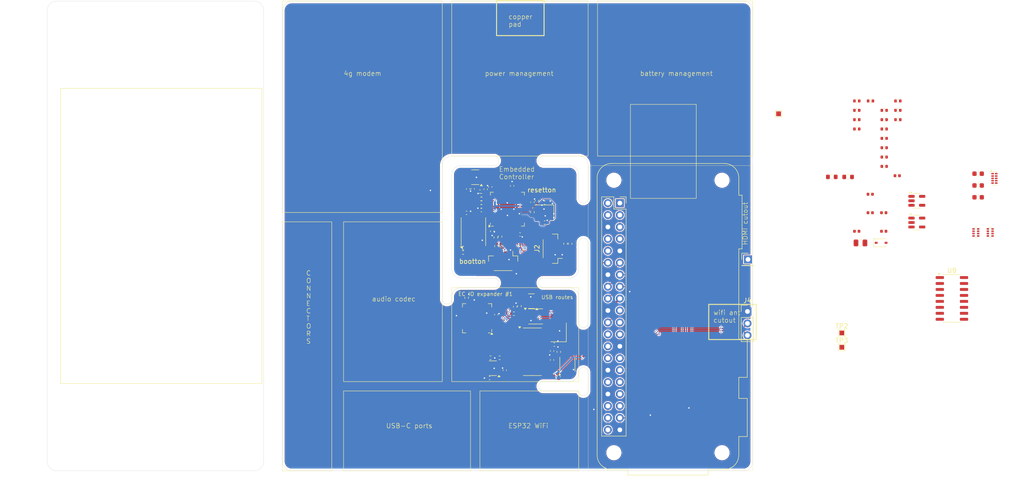
<source format=kicad_pcb>
(kicad_pcb (version 20240108) (generator "pcbnew") (generator_version "8.0")
  (layers (0 "F.Cu" signal) (31 "B.Cu" signal) (34 "B.Paste" user) (35 "F.Paste" user) (36 "B.SilkS" user "B.Silkscreen") (37 "F.SilkS" user "F.Silkscreen") (38 "B.Mask" user) (39 "F.Mask" user) (44 "Edge.Cuts" user))
  (net 0 "")
  (net 1 "+VSW")
  (net 2 "GND")
  (net 3 "+3V3")
  (net 4 "+3V3E")
  (net 5 "Net-(C5-Pad1)")
  (net 6 "Net-(C8-Pad1)")
  (net 7 "Net-(C11-Pad1)")
  (net 8 "EC_RUN")
  (net 9 "/VIN")
  (net 10 "+1V1E")
  (net 11 "ADC2")
  (net 12 "ADC4")
  (net 13 "XIN_E")
  (net 14 "Net-(C28-Pad1)")
  (net 15 "SW_PWR")
  (net 16 "SW_WIFI")
  (net 17 "/eUSB_SEL")
  (net 18 "/eUSB_OE")
  (net 19 "QSPI_E_SS")
  (net 20 "/EC_BOOT")
  (net 21 "Net-(U6-USB_DP)")
  (net 22 "/USBp_DP")
  (net 23 "Net-(U6-USB_DM)")
  (net 24 "/USBp_DN")
  (net 25 "SH_OE")
  (net 26 "SH_RST")
  (net 27 "+VDC")
  (net 28 "+5VA")
  (net 29 "5VA_DET")
  (net 30 "ADC3")
  (net 31 "XOUT_E")
  (net 32 "Net-(RN1-R4.2)")
  (net 33 "LED_SCRL")
  (net 34 "LED_WIFI")
  (net 35 "Net-(RN1-R3.2)")
  (net 36 "LED_NUM")
  (net 37 "LED_STBY")
  (net 38 "Net-(RN1-R1.2)")
  (net 39 "Net-(RN1-R2.2)")
  (net 40 "Net-(RN2-R2.2)")
  (net 41 "Net-(RN2-R1.2)")
  (net 42 "LED_PWR")
  (net 43 "LED_DISK")
  (net 44 "Net-(RN2-R3.2)")
  (net 45 "Net-(RN2-R4.2)")
  (net 46 "LED_CAPS")
  (net 47 "LED_CHG")
  (net 48 "G18")
  (net 49 "QSPI_E_SD2")
  (net 50 "QSPI_E_SD1")
  (net 51 "QSPI_E_SCLK")
  (net 52 "QSPI_E_SD3")
  (net 53 "QSPI_E_SD0")
  (net 56 "/USBi_DP")
  (net 57 "/USBh_DP")
  (net 58 "/USBh_DN")
  (net 59 "/USBi_DN")
  (net 60 "SH_DIN")
  (net 61 "unconnected-(U6-SWD-Pad25)")
  (net 62 "SH_LATCH")
  (net 63 "unconnected-(U6-SWCLK-Pad24)")
  (net 64 "SH_CLK")
  (net 66 "SH_DOUT1")
  (net 67 "/UH_1V8")
  (net 70 "ADC1")
  (net 71 "unconnected-(U6-GPIO12-Pad15)")
  (net 72 "unconnected-(U6-GPIO9-Pad12)")
  (net 80 "Net-(U8-IO3)")
  (net 81 "Net-(U8-IO2)")
  (net 82 "Net-(U8-IO1)")
  (net 83 "Net-(U8-IO4)")
  (net 84 "Net-(U10-XIN)")
  (net 85 "Net-(U10-XOUT)")
  (net 88 "TXD")
  (net 104 "RXD")
  (net 105 "Net-(J3-GCLK0{slash}GPIO4)")
  (net 106 "INT")
  (net 107 "EC_HwSDA")
  (net 108 "EC_HwSCL")
  (net 109 "Pi_HwSDA")
  (net 110 "Pi_HwSCL")
  (net 111 "Pi_SwSCL")
  (net 112 "Pi_SwSDA")
  (net 115 "Pi_INT")
  (net 118 "/USBm_DP")
  (net 119 "/USBm_DN")
  (net 120 "/eUSB_SEL_inv")
  (net 121 "/USBo_DP")
  (net 122 "/USBo_DN")
  (net 129 "Net-(U6-GPIO0)")
  (net 130 "Net-(U6-GPIO1)")
  (net 131 "+3V3_2")
  (net 132 "Net-(U11-ISET)")
  (net 133 "5V_EXT_EN")
  (net 134 "/USBe_DP")
  (net 135 "/USBe_DN")
  (net 147 "/IO1_RST")
  (net 148 "unconnected-(U6-GPIO8-Pad11)")
  (net 149 "/IO1_CS")
  (net 150 "/IO1_SCK")
  (net 151 "/IO1_SI")
  (net 152 "/IO1_SO")
  (net 153 "/IO1_INT")
  (net 154 "unconnected-(U6-GPIO10-Pad13)")
  (net 157 "/GP_MDM1")
  (net 158 "/GP_MDM3")
  (net 159 "/GP_MDM2")
  (net 160 "SDIO_CMD")
  (net 161 "SDIO_D0")
  (net 162 "SDIO_D1")
  (net 163 "SDIO_CLK")
  (net 164 "SDIO_D2")
  (net 165 "SDIO_D3")
  (footprint "TestPoint:TestPoint_Pad_1.0x1.0mm" (layer "F.Cu") (at 218.948 120.648)
    (property "Reference" "TP2")
    (property "Value" "D+")
  )
  (footprint "Resistor_SMD:R_0402_1005Metric" (layer "F.Cu") (at 139.17 113.165 90)
    (property "Reference" "R34" (hide yes))
    (property "Value" "100K")
  )
  (footprint "Capacitor_SMD:C_0402_1005Metric" (layer "F.Cu") (at 150.53 99.69)
    (property "Reference" "C3" (hide yes))
    (property "Value" "100nF")
  )
  (footprint "Resistor_SMD:R_0402_1005Metric" (layer "F.Cu") (at 142.308726 92.12 180)
    (property "Reference" "R11" (hide yes))
    (property "Value" "27")
  )
  (footprint "Capacitor_SMD:C_0603_1608Metric" (layer "F.Cu") (at 247.93 86.75)
    (property "Reference" "C1" (hide yes))
    (property "Value" "10uF")
  )
  (footprint "Resistor_SMD:R_0402_1005Metric" (layer "F.Cu") (at 158.76 124.67 90)
    (property "Reference" "R6" (hide yes))
    (property "Value" "100K")
  )
  (footprint "Capacitor_SMD:C_0402_1005Metric" (layer "F.Cu") (at 140.47 89.98 -90)
    (property "Reference" "C17" (hide yes))
    (property "Value" "100nF")
  )
  (footprint "Capacitor_SMD:C_0402_1005Metric" (layer "F.Cu") (at 139.158726 95.0875)
    (property "Reference" "C6" (hide yes))
    (property "Value" "100nF")
  )
  (footprint "Resistor_SMD:R_0402_1005Metric" (layer "F.Cu") (at 149.22 116.55 180)
    (property "Reference" "R5" (hide yes))
    (property "Value" "100K")
  )
  (footprint "TestPoint:TestPoint_Pad_1.0x1.0mm" (layer "F.Cu") (at 205.5 74)
    (property "Reference" "TP1" (hide yes))
    (property "Value" "TestPoint")
  )
  (footprint "Capacitor_SMD:C_0402_1005Metric" (layer "F.Cu") (at 157.345 124.49 -90)
    (property "Reference" "C30" (hide yes))
    (property "Value" "100nF")
  )
  (footprint "Package_TO_SOT_SMD:SOT-23-5" (layer "F.Cu") (at 141 87.5 180)
    (property "Reference" "U7" (hide yes))
    (property "Value" "AP2112K-3.3")
  )
  (footprint "Capacitor_SMD:C_0402_1005Metric" (layer "F.Cu") (at 148.848726 89.3375 90)
    (property "Reference" "C10" (hide yes))
    (property "Value" "100nF")
  )
  (footprint "Package_TO_SOT_SMD:SOT-23-5" (layer "F.Cu") (at 144.75231 128.1575 180)
    (property "Reference" "U11" (hide yes))
    (property "Value" "SY6280")
  )
  (footprint "Package_TO_SOT_SMD:SOT-23-5" (layer "F.Cu") (at 234.9 97.145)
    (property "Reference" "U4" (hide yes))
    (property "Value" "74LVC1G17")
  )
  (footprint "Capacitor_SMD:C_0402_1005Metric" (layer "F.Cu") (at 144.062309 130.244999 180)
    (property "Reference" "C32" (hide yes))
    (property "Value" "1uF")
  )
  (footprint "Capacitor_SMD:C_0402_1005Metric" (layer "F.Cu") (at 153.16 92.82 90)
    (property "Reference" "C24" (hide yes))
    (property "Value" "1uF")
  )
  (footprint "Package_SO:SO-16_3.9x9.9mm_P1.27mm" (layer "F.Cu") (at 242.355 113.295)
    (property "Reference" "U9")
    (property "Value" "74HC595")
  )
  (footprint "Capacitor_SMD:C_0402_1005Metric" (layer "F.Cu") (at 144.208726 89.5575 90)
    (property "Reference" "C13" (hide yes))
    (property "Value" "100nF")
  )
  (footprint "Capacitor_SMD:C_0402_1005Metric" (layer "F.Cu") (at 142.308726 91.33 180)
    (property "Reference" "C22" (hide yes))
    (property "Value" "100nF")
  )
  (footprint "Capacitor_SMD:C_0402_1005Metric" (layer "F.Cu") (at 142.298726 94.5 180)
    (property "Reference" "C20" (hide yes))
    (property "Value" "100nF")
  )
  (footprint "Resistor_SMD:R_0402_1005Metric" (layer "F.Cu") (at 160.205 101.660001 90)
    (property "Reference" "R14" (hide yes))
    (property "Value" "1.8K")
  )
  (footprint "Capacitor_SMD:C_0402_1005Metric" (layer "F.Cu") (at 227.86 99)
    (property "Reference" "C25" (hide yes))
    (property "Value" "100nF")
  )
  (footprint "Resistor_SMD:R_0402_1005Metric" (layer "F.Cu") (at 222.14 71.27)
    (property "Reference" "R1" (hide yes))
    (property "Value" "100K")
  )
  (footprint "Package_DFN_QFN:QFN-56-1EP_7x7mm_P0.4mm_EP3.2x3.2mm" (layer "F.Cu") (at 147.838725 94.300001 90)
    (property "Reference" "U6" (hide yes))
    (property "Value" "RP2040")
  )
  (footprint "Capacitor_SMD:C_0402_1005Metric" (layer "F.Cu") (at 227.86 95.06)
    (property "Reference" "C23" (hide yes))
    (property "Value" "1uF")
  )
  (footprint "Capacitor_SMD:C_0402_1005Metric" (layer "F.Cu") (at 157.335 126.4 90)
    (property "Reference" "C29" (hide yes))
    (property "Value" "100nF")
  )
  (footprint "Capacitor_SMD:C_0402_1005Metric" (layer "F.Cu") (at 155.760001 92.9175 180)
    (property "Reference" "C27" (hide yes))
    (property "Value" "15pF")
  )
  (footprint "Resistor_SMD:R_0402_1005Metric" (layer "F.Cu") (at 146.182309 125.935 180)
    (property "Reference" "R32" (hide yes))
    (property "Value" "12K")
  )
  (footprint "Capacitor_SMD:C_0402_1005Metric" (layer "F.Cu") (at 155.760001 97.1575)
    (property "Reference" "C28" (hide yes))
    (property "Value" "15pF")
  )
  (footprint "Resistor_SMD:R_0402_1005Metric" (layer "F.Cu") (at 227.96 75.25)
    (property "Reference" "R19" (hide yes))
    (property "Value" "5.1K")
  )
  (footprint "Package_SON:USON-10_2.5x1.0mm_P0.5mm" (layer "F.Cu") (at 251.395 87.745)
    (property "Reference" "U8" (hide yes))
    (property "Value" "TPD4E02B04DQA")
  )
  (footprint "Capacitor_SMD:C_0402_1005Metric" (layer "F.Cu") (at 139.5 90 -90)
    (property "Reference" "C18" (hide yes))
    (property "Value" "100nF")
  )
  (footprint "Package_SO:MSOP-10_3x3mm_P0.5mm" (layer "F.Cu") (at 160.6 127.2875 90)
    (property "Reference" "U5" (hide yes))
    (property "Value" "FSUSB42MUX")
  )
  (footprint "Package_SON:WSON-8-1EP_6x5mm_P1.27mm_EP3.4x4mm" (layer "F.Cu") (at 140.62 99.08 90)
    (property "Reference" "U2" (hide yes))
    (property "Value" "W25Q128JVS")
  )
  (footprint "Resistor_SMD:R_0402_1005Metric" (layer "F.Cu") (at 230.87 73.26)
    (property "Reference" "R26" (hide yes))
    (property "Value" "470K")
  )
  (footprint "Resistor_SMD:R_0402_1005Metric" (layer "F.Cu") (at 227.96 85.2)
    (property "Reference" "R24" (hide yes))
    (property "Value" "20K")
  )
  (footprint "Capacitor_SMD:C_0402_1005Metric" (layer "F.Cu") (at 141.998726 90.56 180)
    (property "Reference" "C7" (hide yes))
    (property "Value" "100nF")
  )
  (footprint "Resistor_SMD:R_0603_1608Metric" (layer "F.Cu") (at 220.285 87.44)
    (property "Reference" "R29" (hide yes))
    (property "Value" "NC")
  )
  (footprint "Capacitor_SMD:C_0805_2012Metric" (layer "F.Cu") (at 222.91 101.49)
    (property "Reference" "C5" (hide yes))
    (property "Value" "4.7uF")
  )
  (footprint "Resistor_SMD:R_0402_1005Metric" (layer "F.Cu") (at 222.14 77.24)
    (property "Reference" "R4" (hide yes))
    (property "Value" "470K")
  )
  (footprint "beepy:LS027B7DH01" (layer "F.Cu") (at 76 100 -90)
    (property "Reference" "REF**" (hide yes))
    (property "Value" "LS027B7DH01")
  )
  (footprint "Capacitor_SMD:C_0402_1005Metric" (layer "F.Cu") (at 149.48 115.07 90)
    (property "Reference" "C12" (hide yes))
    (property "Value" "100nF")
  )
  (footprint "Package_SO:MSOP-10_3x3mm_P0.5mm" (layer "F.Cu") (at 153.8575 117.13)
    (property "Reference" "U1" (hide yes))
    (property "Value" "FSUSB42MUX")
  )
  (footprint "TestPoint:TestPoint_Pad_1.0x1.0mm" (layer "F.Cu") (at 218.948 123.698)
    (property "Reference" "TP3")
    (property "Value" "D-")
  )
  (footprint "Crystal:Crystal_SMD_3225-4Pin_3.2x2.5mm" (layer "F.Cu") (at 155.720001 95.0575 180)
    (property "Reference" "Y1" (hide yes))
    (property "Value" "12MHz")
  )
  (footprint "Package_DFN_QFN:QFN-28-1EP_6x6mm_P0.65mm_EP4.25x4.25mm" (layer "F.Cu") (at 141.4 117.525 180)
    (property "Reference" "U12" (hide yes))
    (property "Value" "MCP23S17_ML")
  )
  (footprint "Resistor_SMD:R_0402_1005Metric" (layer "F.Cu") (at 161.184999 101.660001 90)
    (property "Reference" "R15" (hide yes))
    (property "Value" "1.8K")
  )
  (footprint "Resistor_SMD:R_0402_1005Metric" (layer "F.Cu") (at 227.96 81.22)
    (property "Reference" "R22" (hide yes))
    (property "Value" "20K")
  )
  (footprint "Capacitor_SMD:C_0402_1005Metric" (layer "F.Cu") (at 154.11 92.48 90)
    (property "Reference" "C21" (hide yes))
    (property "Value" "100nF")
  )
  (footprint "Capacitor_SMD:C_0402_1005Metric" (layer "F.Cu") (at 144.61 99.02 -90)
    (property "Reference" "C4" (hide yes))
    (property "Value" "100nF")
  )
  (footprint "Capacitor_SMD:C_0402_1005Metric" (layer "F.Cu") (at 147.272309 128.5875 90)
    (property "Reference" "C33" (hide yes))
    (property "Value" "1uF")
  )
  (footprint "Resistor_SMD:R_0402_1005Metric" (layer "F.Cu") (at 227.96 79.23)
    (property "Reference" "R21" (hide yes))
    (property "Value" "100K")
  )
  (footprint "Resistor_SMD:R_0402_1005Metric" (layer "F.Cu") (at 222.14 73.26)
    (property "Reference" "R2" (hide yes))
    (property "Value" "470K")
  )
  (footprint "Resistor_SMD:R_0402_1005Metric" (layer "F.Cu") (at 227.96 83.21)
    (property "Reference" "R23" (hide yes))
    (property "Value" "20K")
  )
  (footprint "Connector_PinHeader_2.54mm:PinHeader_1x03_P2.54mm_Vertical" (layer "F.Cu") (at 198.882 116.078)
    (property "Reference" "J4")
    (property "Value" "USB")
  )
  (footprint "Capacitor_SMD:C_0402_1005Metric" (layer "F.Cu") (at 157.815 123.12)
    (property "Reference" "C31" (hide yes))
    (property "Value" "100nF")
  )
  (footprint "Resistor_SMD:R_0402_1005Metric" (layer "F.Cu") (at 146.28 100.140001 90)
    (property "Reference" "R17" (hide yes))
    (property "Value" "47R")
  )
  (footprint "Capacitor_SMD:C_0402_1005Metric" (layer "F.Cu") (at 224.99 95.06)
    (property "Reference" "C16" (hide yes))
    (property "Value" "1uF")
  )
  (footprint "Crystal:Crystal_SMD_3225-4Pin_3.2x2.5mm" (layer "F.Cu") (at 158.715 120.53 90)
    (property "Reference" "Y2" (hide yes))
    (property "Value" "12MHz")
  )
  (footprint "Resistor_SMD:R_0402_1005Metric" (layer "F.Cu") (at 225.05 71.27)
    (property "Reference" "R9" (hide yes))
    (property "Value" "470K")
  )
  (footprint "Resistor_SMD:R_0402_1005Metric" (layer "F.Cu") (at 153.150001 94.9375 90)
    (property "Reference" "R28" (hide yes))
    (property "Value" "1.8K")
  )
  (footprint "Capacitor_SMD:C_0402_1005Metric" (layer "F.Cu") (at 145.48 116.745 90)
    (property "Reference" "C34" (hide yes))
    (property "Value" "100nF")
  )
  (footprint "Resistor_SMD:R_0402_1005Metric" (layer "F.Cu") (at 227.96 77.24)
    (property "Reference" "R20" (hide yes))
    (property "Value" "470K")
  )
  (footprint "Resistor_SMD:R_0402_1005Metric" (layer "F.Cu") (at 142.308726 92.92 180)
    (property "Reference" "R10" (hide yes))
    (property "Value" "27")
  )
  (footprint "Module:Raspberry_Pi_Zero_Socketed_THT_FaceDown_MountingHoles" (layer "F.Cu") (at 171.75 93.01)
    (property "Reference" "J3" (hide yes))
    (property "Value" "Raspberry_Pi_2_3")
  )
  (footprint "Capacitor_SMD:C_0402_1005Metric" (layer "F.Cu") (at 158.74 129.875 -90)
    (property "Reference" "C19" (hide yes))
    (property "Value" "100nF")
  )
  (footprint "Capacitor_SMD:C_0603_1608Metric" (layer "F.Cu") (at 247.93 91.77)
    (property "Reference" "C8" (hide yes))
    (property "Value" "4.7uF")
  )
  (footprint "Package_SO:SO-16_3.9x9.9mm_P1.27mm" (layer "F.Cu") (at 153.145 124.65)
    (property "Reference" "U10" (hide yes))
    (property "Value" "SL2.1A")
  )
  (footprint "Capacitor_SMD:C_0603_1608Metric" (layer "F.Cu") (at 247.93 89.26)
    (property "Reference" "C2" (hide yes))
    (property "Value" "10uF")
  )
  (footprint "Resistor_SMD:R_0402_1005Metric" (layer "F.Cu") (at 227.96 73.26)
    (property "Reference" "R18" (hide yes))
    (property "Value" "5.1K")
  )
  (footprint "Diode_SMD:D_SOD-323" (layer "F.Cu") (at 227.305 101.46)
    (property "Reference" "D1" (hide yes))
    (property "Value" "D_Schottky_Small")
  )
  (footprint "Capacitor_SMD:C_0402_1005Metric" (layer "F.Cu") (at 224.99 91.12)
    (property "Reference" "C14" (hide yes))
    (property "Value" "100nF")
  )
  (footprint "Package_TO_SOT_SMD:SOT-23" (layer "F.Cu") (at 152.938358 113.878633 180)
    (property "Reference" "Q1" (hide yes))
    (property "Value" "2N7002")
  )
  (footprint "Resistor_SMD:R_0402_1005Metric" (layer "F.Cu") (at 138.418726 102.5775 180)
    (property "Reference" "R8" (hide yes))
    (property "Value" "5.1K")
  )
  (footprint "Resistor_SMD:R_0402_1005Metric" (layer "F.Cu") (at 144.252309 125.93)
    (property "Reference" "R33" (hide yes))
    (property "Value" "20K")
  )
  (footprint "Capacitor_SMD:C_0402_1005Metric" (layer "F.Cu") (at 143.218726 90.06 90)
    (property "Reference" "C15" (hide yes))
    (property "Value" "100nF")
  )
  (footprint "Resistor_SMD:R_0402_1005Metric" (layer "F.Cu") (at 138.418726 103.522499)
    (property "Reference" "R7" (hide yes))
    (property "Value" "1.8K")
  )
  (footprint "Capacitor_SMD:C_0402_1005Metric" (layer "F.Cu") (at 230.73 87.18)
    (property "Reference" "C26" (hide yes))
    (property "Value" "100nF")
  )
  (footprint "Capacitor_SMD:C_0402_1005Metric" (layer "F.Cu") (at 142.298726 93.7 180)
    (property "Reference" "C9" (hide yes))
    (property "Value" "100nF")
  )
  (footprint "Connector_JST:JST_SH_BM04B-SRSS-TB_1x04-1MP_P1.00mm_Vertical" (layer "F.Cu") (at 157.45 102.72 90)
    (property "Reference" "J2")
    (property "Value" "SH 4P")
  )
  (footprint "Resistor_SMD:R_0402_1005Metric" (layer "F.Cu") (at 145.52 102.17 -90)
    (property "Reference" "R12" (hide yes))
    (property "Value" "1.8K")
  )
  (footprint "Resistor_SMD:R_0402_1005Metric" (layer "F.Cu") (at 146.49 102.17 -90)
    (property "Reference" "R13" (hide yes))
    (property "Value" "1.8K")
  )
  (footprint "Resistor_SMD:R_0603_1608Metric" (layer "F.Cu") (at 216.82 87.43)
    (property "Reference" "R36" (hide yes))
    (property "Value" "NC")
  )
  (footprint "Resistor_SMD:R_0402_1005Metric" (layer "F.Cu") (at 222.14 75.25)
    (property "Reference" "R3" (hide yes))
    (property "Value" "100K")
  )
  (footprint "Connector_JST:JST_SH_BM04B-SRSS-TB_1x04-1MP_P1.00mm_Vertical" (layer "F.Cu") (at 146.938726 105.3625 180)
    (property "Reference" "J1" (hide yes))
    (property "Value" "SH 4P")
  )
  (footprint "Resistor_SMD:R_0402_1005Metric" (layer "F.Cu") (at 230.87 71.27)
    (property "Reference" "R25" (hide yes))
    (property "Value" "20K")
  )
  (footprint "Resistor_SMD:R_0402_1005Metric" (layer "F.Cu") (at 150.4 114.950001 90)
    (property "Reference" "R31" (hide yes))
    (property "Value" "5.1K")
  )
  (footprint "Resistor_SMD:R_Array_Concave_4x0402" (layer "F.Cu") (at 247.45 99.25)
    (property "Reference" "RN1" (hide yes))
    (property "Value" "1.8K")
  )
  (footprint "Resistor_SMD:R_Array_Concave_4x0402" (layer "F.Cu") (at 250.5 99.25)
    (property "Reference" "RN2" (hide yes))
    (property "Value" "1.8K")
  )
  (footprint "Package_TO_SOT_SMD:SOT-23-5" (layer "F.Cu") (at 234.9 92.52)
    (property "Reference" "U3" (hide yes))
    (property "Value" "74LVC1G17")
  )
  (footprint "Capacitor_SMD:C_0402_1005Metric" (layer "F.Cu") (at 222.12 99)
    (property "Reference" "C11" (hide yes))
    (property "Value" "100nF")
  )
  (footprint "Resistor_SMD:R_0402_1005Metric" (layer "F.Cu") (at 145.38 100.33 90)
    (property "Reference" "R16" (hide yes))
    (property "Value" "47R")
  )
  (footprint "Resistor_SMD:R_0402_1005Metric" (layer "F.Cu") (at 230.87 75.25)
    (property "Reference" "R27" (hide yes))
    (property "Value" "100K")
  )
  (footprint "Connector_PinHeader_2.54mm:PinHeader_1x01_P2.54mm_Vertical" (layer "F.Cu") (at 199 105)
    (property "Reference" "REF**" (hide yes))
    (property "Value" "PinHeader_1x01_P2.54mm_Vertical")
  )
  (gr_rect (start 165 85) (end 200 150) (stroke (width 0.05)) (fill none) (layer "F.SilkS"))
  (gr_rect (start 167 50) (end 200 83) (stroke (width 0.1)) (fill none) (layer "F.SilkS"))
  (gr_rect (start 136 50) (end 165 83) (stroke (width 0.1)) (fill none) (layer "F.SilkS"))
  (gr_rect (start 113 97) (end 134 131) (stroke (width 0.1)) (fill none) (layer "F.SilkS"))
  (gr_rect (start 145.54 49.88) (end 155.64 57.36) (stroke (width 0.2)) (fill none) (layer "F.SilkS"))
  (gr_rect (start 136 111) (end 163 131) (stroke (width 0.1)) (fill none) (layer "F.SilkS"))
  (gr_rect (start 100 96.999998) (end 110.5 150) (stroke (width 0.1)) (fill none) (layer "F.SilkS"))
  (gr_rect (start 113 133) (end 140 150) (stroke (width 0.1)) (fill none) (layer "F.SilkS"))
  (gr_rect (start 100 50) (end 134 95) (stroke (width 0.1)) (fill none) (layer "F.SilkS"))
  (gr_rect (start 174 72) (end 188 92) (stroke (width 0.1)) (fill none) (layer "F.SilkS"))
  (gr_rect (start 142 133) (end 163 150) (stroke (width 0.1)) (fill none) (layer "F.SilkS"))
  (gr_rect (start 190.65 114.57) (end 200.75 122.05) (stroke (width 0.2)) (fill none) (layer "F.SilkS"))
  (gr_line (start 165 118.5) (end 165 109) (stroke (width 0.05)) (layer "Edge.Cuts"))
  (gr_line (start 134 109) (end 134 85) (stroke (width 0.05)) (layer "Edge.Cuts"))
  (gr_line (start 50 148) (end 50 52) (stroke (width 0.05)) (layer "Edge.Cuts"))
  (gr_arc (start 165 133) (mid 164.707107 133.707107) (end 164 134) (stroke (width 0.05)) (layer "Edge.Cuts"))
  (gr_arc (start 155.5 85) (mid 154.5 84) (end 155.5 83) (stroke (width 0.05)) (layer "Edge.Cuts"))
  (gr_arc (start 100 52) (mid 100.585786 50.585786) (end 102 50) (stroke (width 0.05)) (layer "Edge.Cuts"))
  (gr_arc (start 96 148) (mid 95.414214 149.414214) (end 94 150) (stroke (width 0.05)) (layer "Edge.Cuts"))
  (gr_line (start 163 83) (end 155.5 83) (stroke (width 0.05)) (layer "Edge.Cuts"))
  (gr_line (start 165 109) (end 165 101.5) (stroke (width 0.05)) (layer "Edge.Cuts"))
  (gr_arc (start 136 113) (mid 136.585786 111.585786) (end 138 111) (stroke (width 0.05)) (layer "Edge.Cuts"))
  (gr_arc (start 163 107) (mid 162.414214 108.414214) (end 161 109) (stroke (width 0.05)) (layer "Edge.Cuts"))
  (gr_arc (start 163 129) (mid 162.414214 130.414214) (end 161 131) (stroke (width 0.05)) (layer "Edge.Cuts"))
  (gr_arc (start 200 148) (mid 199.414214 149.414214) (end 198 150) (stroke (width 0.05)) (layer "Edge.Cuts"))
  (gr_line (start 134 109) (end 134 113.5) (stroke (width 0.05)) (layer "Edge.Cuts"))
  (gr_line (start 94 150) (end 52 150) (stroke (width 0.05)) (layer "Edge.Cuts"))
  (gr_arc (start 134 85) (mid 134.585786 83.585786) (end 136 83) (stroke (width 0.05)) (layer "Edge.Cuts"))
  (gr_arc (start 198 50) (mid 199.414214 50.585786) (end 200 52) (stroke (width 0.05)) (layer "Edge.Cuts"))
  (gr_arc (start 164 134) (mid 163.474269 133.850651) (end 163.105573 133.447214) (stroke (width 0.05)) (layer "Edge.Cuts"))
  (gr_line (start 138 111) (end 145.000001 111) (stroke (width 0.05)) (layer "Edge.Cuts"))
  (gr_arc (start 50 52) (mid 50.585786 50.585786) (end 52 50) (stroke (width 0.05)) (layer "Edge.Cuts"))
  (gr_line (start 102 50) (end 198 50) (stroke (width 0.05)) (layer "Edge.Cuts"))
  (gr_line (start 200 52) (end 200 148) (stroke (width 0.05)) (layer "Edge.Cuts"))
  (gr_arc (start 162.6 133) (mid 162.894434 133.17608) (end 163.102883 133.448558) (stroke (width 0.05)) (layer "Edge.Cuts"))
  (gr_arc (start 165 118.5) (mid 164 119.5) (end 163 118.5) (stroke (width 0.05)) (layer "Edge.Cuts"))
  (gr_arc (start 136 87) (mid 136.585786 85.585786) (end 138 85) (stroke (width 0.05)) (layer "Edge.Cuts"))
  (gr_line (start 155.5 133) (end 162.6 133) (stroke (width 0.05)) (layer "Edge.Cuts"))
  (gr_line (start 138 109) (end 145.000001 109) (stroke (width 0.05)) (layer "Edge.Cuts"))
  (gr_arc (start 138 109) (mid 136.585786 108.414214) (end 136 107) (stroke (width 0.05)) (layer "Edge.Cuts"))
  (gr_line (start 155.5 109) (end 161 109) (stroke (width 0.05)) (layer "Edge.Cuts"))
  (gr_arc (start 102 150) (mid 100.585786 149.414214) (end 100 148) (stroke (width 0.05)) (layer "Edge.Cuts"))
  (gr_arc (start 163 83) (mid 164.414214 83.585786) (end 165 85) (stroke (width 0.05)) (layer "Edge.Cuts"))
  (gr_line (start 165 129) (end 165 133) (stroke (width 0.05)) (layer "Edge.Cuts"))
  (gr_arc (start 52 150) (mid 50.585786 149.414214) (end 50 148) (stroke (width 0.05)) (layer "Edge.Cuts"))
  (gr_line (start 198 150) (end 102 150) (stroke (width 0.05)) (layer "Edge.Cuts"))
  (gr_line (start 96 52) (end 96 148) (stroke (width 0.05)) (layer "Edge.Cuts"))
  (gr_line (start 163 92) (end 163 87) (stroke (width 0.05)) (layer "Edge.Cuts"))
  (gr_arc (start 155.500001 111) (mid 154.500001 110) (end 155.5 109) (stroke (width 0.05)) (layer "Edge.Cuts"))
  (gr_arc (start 155.5 133) (mid 154.5 132) (end 155.5 131) (stroke (width 0.05)) (layer "Edge.Cuts"))
  (gr_line (start 161 131) (end 155.5 131) (stroke (width 0.05)) (layer "Edge.Cuts"))
  (gr_line (start 52 50) (end 94 50) (stroke (width 0.05)) (layer "Edge.Cuts"))
  (gr_line (start 145 83) (end 136 83) (stroke (width 0.05)) (layer "Edge.Cuts"))
  (gr_arc (start 161 85) (mid 162.414214 85.585786) (end 163 87) (stroke (width 0.05)) (layer "Edge.Cuts"))
  (gr_line (start 145 85) (end 138 85) (stroke (width 0.05)) (layer "Edge.Cuts"))
  (gr_line (start 155.500001 111) (end 161 111) (stroke (width 0.05)) (layer "Edge.Cuts"))
  (gr_arc (start 136 113.5) (mid 135 114.5) (end 134 113.5) (stroke (width 0.05)) (layer "Edge.Cuts"))
  (gr_line (start 136 113.5) (end 136 113) (stroke (width 0.05)) (layer "Edge.Cuts"))
  (gr_line (start 136 107) (end 136 87) (stroke (width 0.05)) (layer "Edge.Cuts"))
  (gr_arc (start 163 129) (mid 164 128) (end 165 129) (stroke (width 0.05)) (layer "Edge.Cuts"))
  (gr_arc (start 163 101.5) (mid 164 100.5) (end 165 101.5) (stroke (width 0.05)) (layer "Edge.Cuts"))
  (gr_line (start 163 107) (end 163 101.5) (stroke (width 0.05)) (layer "Edge.Cuts"))
  (gr_arc (start 165 92) (mid 164 93) (end 163 92) (stroke (width 0.05)) (layer "Edge.Cuts"))
  (gr_line (start 165 85) (end 165 92) (stroke (width 0.05)) (layer "Edge.Cuts"))
  (gr_arc (start 94 50) (mid 95.414214 50.585786) (end 96 52) (stroke (width 0.05)) (layer "Edge.Cuts"))
  (gr_line (start 161 85) (end 155.5 85) (stroke (width 0.05)) (layer "Edge.Cuts"))
  (gr_line (start 163 113) (end 163 118.5) (stroke (width 0.05)) (layer "Edge.Cuts"))
  (gr_arc (start 145 83) (mid 146 84) (end 145 85) (stroke (width 0.05)) (layer "Edge.Cuts"))
  (gr_arc (start 161 111) (mid 162.414214 111.585786) (end 163 113) (stroke (width 0.05)) (layer "Edge.Cuts"))
  (gr_arc (start 145.000001 109) (mid 146.000001 110) (end 145.000001 111) (stroke (width 0.05)) (layer "Edge.Cuts"))
  (gr_line (start 100 148) (end 100 52) (stroke (width 0.05)) (layer "Edge.Cuts"))
  (gr_text "C\nO\nN\nN\nE\nC\nT\nO\nR\nS" (at 105 123 0) (layer "F.SilkS") (effects (font (size 1 1) (thickness 0.1)) (justify left bottom)))
  (gr_text "audio codec" (at 119 114 0) (layer "F.SilkS") (effects (font (size 1 1) (thickness 0.1)) (justify left bottom)))
  (gr_text "USB-C ports" (at 122 141 0) (layer "F.SilkS") (effects (font (size 1 1) (thickness 0.1)) (justify left bottom)))
  (gr_text "HDMI cutout" (at 199 102 90) (layer "F.SilkS") (effects (font (size 1 1) (thickness 0.1)) (justify left bottom)))
  (gr_text "copper\npad" (at 148.03 55.54 0) (layer "F.SilkS") (effects (font (size 1 1) (thickness 0.1)) (justify left bottom)))
  (gr_text "resetton" (at 152 90.8 0) (layer "F.SilkS") (effects (font (size 1 1)) (justify left bottom)))
  (gr_text "battery management" (at 176 66 0) (layer "F.SilkS") (effects (font (size 1 1) (thickness 0.1)) (justify left bottom)))
  (gr_text "power management" (at 143 66 0) (layer "F.SilkS") (effects (font (size 1 1) (thickness 0.1)) (justify left bottom)))
  (gr_text "Embedded\nController" (at 146 88 0) (layer "F.SilkS") (effects (font (size 1 1) (thickness 0.1)) (justify left bottom)))
  (gr_text "ESP32 WiFi" (at 148 141 0) (layer "F.SilkS") (effects (font (size 1 1) (thickness 0.1)) (justify left bottom)))
  (gr_text "EC IO expander #1" (at 137.34 112.83 0) (layer "F.SilkS") (effects (font (size 0.8 0.8) (thickness 0.1)) (justify left bottom)))
  (gr_text "4g modem" (at 113 66 0) (layer "F.SilkS") (effects (font (size 1 1) (thickness 0.1)) (justify left bottom)))
  (gr_text "wifi ant\ncutout" (at 191.59 118.52 0) (layer "F.SilkS") (effects (font (size 1 1) (thickness 0.1)) (justify left bottom)))
  (gr_text "USB routes" (at 155 113.51 0) (layer "F.SilkS") (effects (font (size 0.8 0.8) (thickness 0.1)) (justify left bottom)))
  (gr_text "bootton" (at 137.5 106 0) (layer "F.SilkS") (effects (font (size 1 1)) (justify left bottom)))
  (segment (start 143.608726 89.3175) (end 143.218726 89.7075) (width 0.17) (layer "F.Cu") (net 2))
  (segment (start 142.525 101.7425) (end 142.525 100.953774) (width 0.17) (layer "F.Cu") (net 2))
  (segment (start 149.680001 114.300029) (end 149.680001 114.389999) (width 0.17) (layer "F.Cu") (net 2))
  (segment (start 141.606226 94.09) (end 141.818726 93.8775) (width 0.15) (layer "F.Cu") (net 2))
  (segment (start 154.765001 96.923726) (end 154.601275 96.76) (width 0.17) (layer "F.Cu") (net 2))
  (segment (start 142.525 100.953774) (end 142.498726 100.9275) (width 0.17) (layer "F.Cu") (net 2))
  (segment (start 143.608726 89.2875) (end 143.818726 89.0775) (width 0.17) (layer "F.Cu") (net 2))
  (segment (start 140.1 114.000096) (end 140.635096 113.465) (width 0.17) (layer "F.Cu") (net 2))
  (segment (start 148.438726 103.061274) (end 148.5 103) (width 0.17) (layer "F.Cu") (net 2))
  (segment (start 149.738726 108.028726) (end 149.738726 106.5625) (width 0.17) (layer "F.Cu") (net 2))
  (segment (start 148.438726 104.771274) (end 148.438726 104.0375) (width 0.17) (layer "F.Cu") (net 2))
  (segment (start 140.1 114.6875) (end 140.1 114.000096) (width 0.17) (layer "F.Cu") (net 2))
  (segment (start 148.848726 88.4275) (end 148.838726 88.4175) (width 0.3) (layer "F.Cu") (net 2))
  (segment (start 141.4 113.755) (end 141.4 114.687501) (width 0.17) (layer "F.Cu") (net 2))
  (segment (start 141.6 90.96) (end 141.828726 91.188726) (width 0.2) (layer "F.Cu") (net 2))
  (segment (start 146.779809 128.1575) (end 145.88981 128.1575) (width 0.4) (layer "F.Cu") (net 2))
  (segment (start 141.11 113.465) (end 141.4 113.755) (width 0.17) (layer "F.Cu") (net 2))
  (segment (start 149.680001 114.389999) (end 149.48 114.59) (width 0.17) (layer "F.Cu") (net 2))
  (segment (start 140.01 94.75) (end 139.6725 95.0875) (width 0.17) (layer "F.Cu") (net 2))
  (segment (start 153.875858 112.928633) (end 152.841367 112.928633) (width 0.17) (layer "F.Cu") (net 2))
  (segment (start 154.601275 96.76) (end 153.825001 96.76) (width 0.17) (layer "F.Cu") (net 2))
  (segment (start 139.52 90.46) (end 139.5 90.48) (width 0.3) (layer "F.Cu") (net 2))
  (segment (start 158.59 123.415) (end 158.295 123.12) (width 0.2) (layer "F.Cu") (net 2))
  (segment (start 145.052309 128.1575) (end 145.032309 128.1775) (width 0.4) (layer "F.Cu") (net 2))
  (segment (start 151.276225 95.300001) (end 150.420001 95.300001) (width 0.17) (layer "F.Cu") (net 2))
  (segment (start 154.980791 97.7025) (end 154.765001 97.48671) (width 0.17) (layer "F.Cu") (net 2))
  (segment (start 150.420001 95.300001) (end 150.39 95.27) (width 0.17) (layer "F.Cu") (net 2))
  (segment (start 153.685001 96.176225) (end 153.461275 95.952499) (width 0.17) (layer "F.Cu") (net 2))
  (segment (start 155.280001 93.3075) (end 155.18 93.407501) (width 0.3) (layer "F.Cu") (net 2))
  (segment (start 156.240001 96.7975) (end 156.3 96.737501) (width 0.3) (layer "F.Cu") (net 2))
  (segment (start 141.275 87.5) (end 141.25 87.525) (width 0.7) (layer "F.Cu") (net 2))
  (segment (start 159.565 119.57) (end 158.935 120.2) (width 0.17) (layer "F.Cu") (net 2))
  (segment (start 152.855085 118.017893) (end 152.742978 118.13) (width 0.17) (layer "F.Cu") (net 2))
  (segment (start 152.807999 95.952499) (end 152.155501 95.300001) (width 0.17) (layer "F.Cu") (net 2))
  (segment (start 140.75 114.6875) (end 140.75 113.68) (width 0.17) (layer "F.Cu") (net 2))
  (segment (start 142.1375 87.5) (end 141.275 87.5) (width 0.7) (layer "F.Cu") (net 2))
  (segment (start 153.4 92.34) (end 153.16 92.34) (width 0.3) (layer "F.Cu") (net 2))
  (segment (start 145.88981 128.1575) (end 145.052309 128.1575) (width 0.4) (layer "F.Cu") (net 2))
  (segment (start 152.742978 118.13) (end 151.745 118.13) (width 0.17) (layer "F.Cu") (net 2))
  (segment (start 157.195 124.97) (end 156.835 125.33) (width 0.17) (layer "F.Cu") (net 2))
  (segment (start 139.6725 95.0875) (end 139.638726 95.0875) (width 0.17) (layer "F.Cu") (net 2))
  (segment (start 143.44 116.425) (end 143.64 116.225) (width 0.17) (layer "F.Cu") (net 2))
  (segment (start 146.812309 128.125) (end 146.779809 128.1575) (width 0.4) (layer "F.Cu") (net 2))
  (segment (start 156.3 96.68) (end 156.357501 96.68) (width 0.3) (layer "F.Cu") (net 2))
  (segment (start 140.75 113.68) (end 140.8 113.63) (width 0.17) (layer "F.Cu") (net 2))
  (segment (start 141.828726 91.188726) (end 141.828726 91.5075) (width 0.2) (layer "F.Cu") (net 2))
  (segment (start 145.79 116.265) (end 145.48 116.265) (width 0.17) (layer "F.Cu") (net 2))
  (segment (start 159.28 104.22) (end 159.5 104) (width 0.17) (layer "F.Cu") (net 2))
  (segment (start 153.685001 96.62) (end 153.685001 96.176225) (width 0.17) (layer "F.Cu") (net 2))
  (segment (start 148.438726 104.0375) (end 148.438726 103.061274) (width 0.17) (layer "F.Cu") (net 2))
  (segment (start 158.22 104.22) (end 158 104) (width 0.17) (layer "F.Cu") (net 2))
  (segment (start 148.18 105.03) (end 148.438726 104.771274) (width 0.17) (layer "F.Cu") (net 2))
  (segment (start 161.6 129.4) (end 161.6 128.73804) (width 0.17) (layer "F.Cu") (net 2))
  (segment (start 159.565 119.43) (end 159.565 119.57) (width 0.17) (layer "F.Cu") (net 2))
  (segment (start 156.357501 96.68) (end 156.360001 96.6775) (width 0.3) (layer "F.Cu") (net 2))
  (segment (start 158.775 104.22) (end 159.28 104.22) (width 0.17) (layer "F.Cu") (net 2))
  (segment (start 141.56 94.09) (end 141.606226 94.09) (width 0.15) (layer "F.Cu") (net 2))
  (segment (start 156.240001 97.1575) (end 155.695001 97.7025) (width 0.17) (layer "F.Cu") (net 2))
  (segment (start 152.155501 95.300001) (end 151.276225 95.300001) (width 0.17) (layer "F.Cu") (net 2))
  (segment (start 153.61 92.13) (end 153.4 92.34) (width 0.3) (layer "F.Cu") (net 2))
  (segment (start 152.841367 112.928633) (end 152.81 112.96) (width 0.17) (layer "F.Cu") (net 2))
  (segment (start 158.775 104.22) (end 158.22 104.22) (width 0.17) (layer "F.Cu") (net 2))
  (segment (start 145.192309 125.935) (end 145.152309 125.975) (width 0.4) (layer "F.Cu") (net 2))
  (segment (start 144.6 99.91) (end 144.478726 99.788726) (width 0.3) (layer "F.Cu") (net 2))
  (segment (start 155.280001 92.9175) (end 155.280001 93.3075) (width 0.3) (layer "F.Cu") (net 2))
  (segment (start 154.765001 97.48671) (end 154.765001 96.923726) (width 0.17) (layer "F.Cu") (net 2))
  (segment (start 158.59 123.63) (end 158.59 123.415) (width 0.2) (layer "F.Cu") (net 2))
  (segment (start 155.147501 93.44) (end 155.180001 93.4075) (width 0.3) (layer "F.Cu") (net 2))
  (segment (start 161.6 128.73804) (end 161.89152 128.44652) (width 0.17) (layer "F.Cu") (net 2))
  (segment (start 142.972309 130.245) (end 142.962309 130.255) (width 0.4) (layer "F.Cu") (net 2))
  (segment (start 146.06 116.535) (end 145.79 116.265) (width 0.17) (layer "F.Cu") (net 2))
  (segment (start 143.818726 89.0775) (end 144.208726 89.0775) (width 0.17) (layer "F.Cu") (net 2))
  (segment (start 153.461275 95.952499) (end 152.807999 95.952499) (width 0.17) (layer "F.Cu") (net 2))
  (segment (start 157.865 121.662701) (end 158.56646 122.364161) (width 0.17) (layer "F.Cu") (net 2))
  (segment (start 143.64 116.225) (end 144.2375 116.225) (width 0.17) (layer "F.Cu") (net 2))
  (segment (start 143.608726 89.2875) (end 143.608726 89.3175) (width 0.17) (layer "F.Cu") (net 2))
  (segment (start 153.825001 96.76) (end 153.685001 96.62) (width 0.17) (layer "F.Cu") (net 2))
  (segment (start 140.635096 113.465) (end 141.11 113.465) (width 0.17) (layer "F.Cu") (net 2))
  (segment (start 148.848726 88.8575) (end 148.848726 88.4275) (width 0.3) (layer "F.Cu") (net 2))
  (segment (start 140.47 90.46) (end 139.52 90.46) (width 0.3) (layer "F.Cu") (net 2))
  (segment (start 145.67231 125.935) (end 145.192309 125.935) (width 0.4) (layer "F.Cu") (net 2))
  (segment (start 157.865 121.63) (end 157.865 121.662701) (width 0.17) (layer "F.Cu") (net 2))
  (segment (start 155.18 93.407501) (end 155.18 93.44) (width 0.3) (layer "F.Cu") (net 2))
  (segment (start 156.240001 97.1575) (end 156.240001 96.7975) (width 0.3) (layer "F.Cu") (net 2))
  (segment (start 143.582309 130.245) (end 142.972309 130.245) (width 0.4) (layer "F.Cu") (net 2))
  (segment (start 144.478726 99.788726) (end 144.478726 99.4975) (width 0.3) (layer "F.Cu") (net 2))
  (segment (start 156.3 96.737501) (end 156.3 96.68) (width 0.3) (layer "F.Cu") (net 2))
  (segment (start 155.695001 97.7025) (end 154.980791 97.7025) (width 0.17) (layer "F.Cu") (net 2))
  (segment (start 155.18 93.44) (end 155.147501 93.44) (width 0.3) (layer "F.Cu") (net 2))
  (segment (start 149.75 108.04) (end 149.738726 108.028726) (width 0.17) (layer "F.Cu") (net 2))
  (segment (start 157.345 124.97) (end 157.195 124.97) (width 0.17) (layer "F.Cu") (net 2))
  (via (at 139.63 112.395) (size 0.5) (drill 0.3) (layers "F.Cu" "B.Cu") (net 2))
  (via (at 159.5 104) (size 0.5) (drill 0.3) (layers "F.Cu" "B.Cu") (net 2))
  (via (at 178.24 138.14) (size 0.5) (drill 0.3) (layers "F.Cu" "B.Cu") (net 2))
  (via (at 145.152309 125.975) (size 0.5) (drill 0.3) (layers "F.Cu" "B.Cu") (net 2))
  (via (at 158.197891 130.223163) (size 0.5) (drill 0.3) (layers "F.Cu" "B.Cu") (net 2))
  (via (at 140.8 113.63) (size 0.5) (drill 0.3) (layers "F.Cu" "B.Cu") (net 2))
  (via (at 141.25 87.525) (size 0.5) (drill 0.3) (layers "F.Cu" "B.Cu") (net 2))
  (via (at 145.032309 128.1775) (size 0.5) (drill 0.3) (layers "F.Cu" "B.Cu") (net 2))
  (via (at 145.08 99.12) (size 0.5) (drill 0.3) (layers "F.Cu" "B.Cu") (net 2))
  (via (at 152.855085 118.017893) (size 0.5) (drill 0.3) (layers "F.Cu" "B.Cu") (net 2))
  (via (at 140 90.46) (size 0.5) (drill 0.3) (layers "F.Cu" "B.Cu") (net 2))
  (via (at 155.89 95.72) (size 0.5) (drill 0.3) (layers "F.Cu" "B.Cu") (net 2))
  (via (at 151 100.2) (size 0.5) (drill 0.3) (layers "F.Cu" "B.Cu") (net 2))
  (via (at 146.52 94.32) (size 0.5) (drill 0.3) (layers "F.Cu" "B.Cu") (net 2))
  (via (at 149.75 108.04) (size 0.5) (drill 0.3) (layers "F.Cu" "B.Cu") (net 2))
  (via (at 147.82 92.95) (size 0.5) (drill 0.3) (layers "F.Cu" "B.Cu") (net 2))
  (via (at 148.838726 88.4175) (size 0.5) (drill 0.3) (layers "F.Cu" "B.Cu") (net 2))
  (via (at 153.61 92.13) (size 0.5) (drill 0.3) (layers "F.Cu" "B.Cu") (net 2))
  (via (at 148.5 103) (size 0.5) (drill 0.3) (layers "F.Cu" "B.Cu") (net 2))
  (via (at 157.72 95.27) (size 0.5) (drill 0.3) (layers "F.Cu" "B.Cu") (net 2))
  (via (at 137.01 116.97) (size 0.5) (drill 0.3) (layers "F.Cu" "B.Cu") (net 2))
  (via (at 155.55 92.42) (size 0.5) (drill 0.3) (layers "F.Cu" "B.Cu") (net 2))
  (via (at 142.962309 130.255) (size 0.5) (drill 0.3) (layers "F.Cu" "B.Cu") (net 2))
  (via (at 142.498726 100.9275) (size 0.5) (drill 0.3) (layers "F.Cu" "B.Cu") (net 2))
  (via (at 148.18 105.03) (size 0.5) (drill 0.3) (layers "F.Cu" "B.Cu") (net 2))
  (via (at 156.95 92.57) (size 0.5) (drill 0.3) (layers "F.Cu" "B.Cu") (net 2))
  (via (at 157.71 96.08) (size 0.5) (drill 0.3) (layers "F.Cu" "B.Cu") (net 2))
  (via (at 158 104) (size 0.5) (drill 0.3) (layers "F.Cu" "B.Cu") (net 2))
  (via (at 161.89152 128.44652) (size 0.5) (drill 0.3) (layers "F.Cu" "B.Cu") (net 2))
  (via (at 149.680001 114.300029) (size 0.5) (drill 0.3) (layers "F.Cu" "B.Cu") (net 2))
  (via (at 146.06 116.535) (size 0.5) (drill 0.3) (layers "F.Cu" "B.Cu") (net 2))
  (via (at 140.01 94.75) (size 0.5) (drill 0.3) (layers "F.Cu" "B.Cu") (net 2))
  (via (at 158.56646 122.364161) (size 0.5) (drill 0.3) (layers "F.Cu" "B.Cu") (net 2))
  (via (at 141.56 94.09) (size 0.5) (drill 0.3) (layers "F.Cu" "B.Cu") (net 2))
  (via (at 186.45 136.61) (size 0.5) (drill 0.3) (layers "F.Cu" "B.Cu") (net 2))
  (via (at 149.22 94.3) (size 0.5) (drill 0.3) (layers "F.Cu" "B.Cu") (net 2))
  (via (at 146.812309 128.125) (size 0.5) (drill 0.3) (layers "F.Cu" "B.Cu") (net 2))
  (via (at 156.835 125.33) (size 0.5) (drill 0.3) (layers "F.Cu" "B.Cu") (net 2))
  (via (at 143.44 116.425) (size 0.5) (drill 0.3) (layers "F.Cu" "B.Cu") (net 2))
  (via (at 173.86 111.85) (size 0.5) (drill 0.3) (layers "F.Cu" "B.Cu") (net 2))
  (via (at 143.608726 89.2875) (size 0.5) (drill 0.3) (layers "F.Cu" "B.Cu") (net 2))
  (via (at 155.62 94.28) (size 0.5) (drill 0.3) (layers "F.Cu" "B.Cu") (net 2))
  (via (at 144.6 99.91) (size 0.5) (drill 0.3) (layers "F.Cu" "B.Cu") (net 2))
  (via (at 157.41 93.1) (size 0.5) (drill 0.3) (layers "F.Cu" "B.Cu") (net 2))
  (via (at 158.59 123.63) (size 0.5) (drill 0.3) (layers "F.Cu" "B.Cu") (net 2))
  (via (at 141.6 90.96) (size 0.5) (drill 0.3) (layers "F.Cu" "B.Cu") (net 2))
  (via (at 150.39 95.27) (size 0.5) (drill 0.3) (layers "F.Cu" "B.Cu") (net 2))
  (via (at 131.47 90.31) (size 0.5) (drill 0.3) (layers "F.Cu" "B.Cu") (net 2))
  (via (at 158.935 120.2) (size 0.5) (drill 0.3) (layers "F.Cu" "B.Cu") (net 2))
  (via (at 166.22 136.93) (size 0.5) (drill 0.3) (layers "F.Cu" "B.Cu") (net 2))
  (via (at 155.18 93.44) (size 0.5) (drill 0.3) (layers "F.Cu" "B.Cu") (net 2))
  (via (at 152.81 112.96) (size 0.5) (drill 0.3) (layers "F.Cu" "B.Cu") (net 2))
  (via (at 147.85 95.63) (size 0.5) (drill 0.3) (layers "F.Cu" "B.Cu") (net 2))
  (via (at 156.3 96.68) (size 0.5) (drill 0.3) (layers "F.Cu" "B.Cu") (net 2))
  (segment (start 158.775 103.22) (end 159.15 103.22) (width 0.17) (layer "F.Cu") (net 3))
  (segment (start 165.76 119.6) (end 165.76 123.88) (width 0.4) (layer "F.Cu") (net 3))
  (segment (start 158.030001 129.490896) (end 157.775897 129.745) (width 0.4) (layer "F.Cu") (net 3))
  (segment (start 166.035 112.375) (end 168.486471 114.826471) (width 0.17) (layer "F.Cu") (net 3))
  (segment (start 159.15 103.22) (end 160.2 102.17) (width 0.17) (layer "F.Cu") (net 3))
  (segment (start 164.97869 99.295) (end 166.035 100.35131) (width 0.17) (layer "F.Cu") (net 3))
  (segment (start 168.556471 114.826471) (end 168.782943 114.6) (width 0.4) (layer "F.Cu") (net 3))
  (segment (start 154.455 129.745) (end 153.64 130.56) (width 0.4) (layer "F.Cu") (net 3))
  (segment (start 166.035 100.35131) (end 166.035 112.375) (width 0.17) (layer "F.Cu") (net 3))
  (segment (start 160.2 102.17) (end 161.464551 102.17) (width 0.17) (layer "F.Cu") (net 3))
  (segment (start 165.76 123.88) (end 163.77 125.87) (width 0.4) (layer "F.Cu") (net 3))
  (segment (start 165.76 115.944471) (end 166.878 114.826471) (width 0.4) (layer "F.Cu") (net 3))
  (segment (start 166.878 114.826471) (end 168.556471 114.826471) (width 0.4) (layer "F.Cu") (net 3))
  (segment (start 153.64 130.56) (end 145.06731 130.56) (width 0.4) (layer "F.Cu") (net 3))
  (segment (start 162.06 101.574551) (end 162.06 100.48631) (width 0.17) (layer "F.Cu") (net 3))
  (segment (start 165.76 119.531716) (end 165.76 115.944471) (width 0.4) (layer "F.Cu") (net 3))
  (segment (start 161.464551 102.17) (end 162.06 101.574551) (width 0.17) (layer "F.Cu") (net 3))
  (segment (start 170.48 114.6) (end 171.75 113.33) (width 0.4) (layer "F.Cu") (net 3))
  (segment (start 163.25131 99.295) (end 164.97869 99.295) (width 0.17) (layer "F.Cu") (net 3))
  (segment (start 162.06 100.48631) (end 163.25131 99.295) (width 0.17) (layer "F.Cu") (net 3))
  (segment (start 157.775897 129.745) (end 154.455 129.745) (width 0.4) (layer "F.Cu") (net 3))
  (segment (start 168.782943 114.6) (end 170.48 114.6) (width 0.4) (layer "F.Cu") (net 3))
  (segment (start 168.486471 114.826471) (end 168.556471 114.826471) (width 0.17) (layer "F.Cu") (net 3))
  (segment (start 145.06731 130.56) (end 143.614809 129.107499) (width 0.4) (layer "F.Cu") (net 3))
  (via (at 163.77 125.87) (size 0.5) (drill 0.3) (layers "F.Cu" "B.Cu") (net 3))
  (via (at 158.030001 129.490896) (size 0.5) (drill 0.3) (layers "F.Cu" "B.Cu") (net 3))
  (segment (start 158.129104 129.490896) (end 161.75 125.87) (width 0.4) (layer "B.Cu") (net 3))
  (segment (start 158.030001 129.490896) (end 158.129104 129.490896) (width 0.4) (layer "B.Cu") (net 3))
  (segment (start 161.75 125.87) (end 163.77 125.87) (width 0.4) (layer "B.Cu") (net 3))
  (segment (start 140.47 89.5) (end 141.75 89.5) (width 0.5) (layer "F.Cu") (net 4))
  (segment (start 148.85 114.92) (end 148.85 113.067212) (width 0.3) (layer "F.Cu") (net 4))
  (segment (start 143.788113 93.828113) (end 143.916226 93.7) (width 0.15) (layer "F.Cu") (net 4))
  (segment (start 150.44 116.13) (end 150.4 116.09) (width 0.17) (layer "F.Cu") (net 4))
  (segment (start 144 100.46) (end 145.200001 101.660001) (width 0.17) (layer "F.Cu") (net 4))
  (segment (start 148.848726 89.8175) (end 148.838725 89.827501) (width 0.3) (layer "F.Cu") (net 4))
  (segment (start 152.135234 102.280163) (end 150.05 100.194929) (width 0.3) (layer "F.Cu") (net 4))
  (segment (start 152.79 114.53) (end 153.09 114.23) (width 0.17) (layer "F.Cu") (net 4))
  (segment (start 139.8625 89.1575) (end 140.1275 89.1575) (width 0.3) (layer "F.Cu") (net 4))
  (segment (start 145.788725 94.0375) (end 145.938725 94.1875) (width 0.2) (layer "F.Cu") (net 4))
  (segment (start 146.07 117.225) (end 145.29 117.225) (width 0.17) (layer "F.Cu") (net 4))
  (segment (start 139.8625 89.1575) (end 139.5 89.52) (width 0.3) (layer "F.Cu") (net 4))
  (segment (start 151.276225 94.100001) (end 151.246324 94.129902) (width 0.2) (layer "F.Cu") (net 4))
  (segment (start 137.908727 97.223773) (end 138.715 96.4175) (width 0.17) (layer "F.Cu") (net 4))
  (segment (start 142.5425 93.8775) (end 142.293726 94.126274) (width 0.15) (layer "F.Cu") (net 4))
  (segment (start 139.3375 95.795) (end 138.715 96.4175) (width 0.17) (layer "F.Cu") (net 4))
  (segment (start 147.438726 103.230779) (end 147.344278 103.136331) (width 0.17) (layer "F.Cu") (net 4))
  (segment (start 143.531226 93.73) (end 143.561226 93.7) (width 0.15) (layer "F.Cu") (net 4))
  (segment (start 153.685001 93.624999) (end 153.685001 93.59) (width 0.17) (layer "F.Cu") (net 4))
  (segment (start 143.63 93.7) (end 142.778726 93.7) (width 0.15) (layer "F.Cu") (net 4))
  (segment (start 145.011619 93.701619) (end 145.01 93.7) (width 0.2) (layer "F.Cu") (net 4))
  (segment (start 159.6 128.525) (end 159.6 129.4) (width 0.17) (layer "F.Cu") (net 4))
  (segment (start 151.745 116.13) (end 150.16 116.13) (width 0.17) (layer "F.Cu") (net 4))
  (segment (start 154.02679 92.96) (end 154.11 92.96) (width 0.17) (layer "F.Cu") (net 4))
  (segment (start 151.276225 94.100001) (end 152.199999 94.100001) (width 0.17) (layer "F.Cu") (net 4))
  (segment (start 138.678726 96.381226) (end 138.715 96.4175) (width 0.17) (layer "F.Cu") (net 4))
  (segment (start 144.401225 93.7) (end 145.01 93.7) (width 0.2) (layer "F.Cu") (net 4))
  (segment (start 142.778726 93.9075) (end 142.956226 93.73) (width 0.15) (layer "F.Cu") (net 4))
  (segment (start 161.57 122.745) (end 162.01 123.185) (width 0.17) (layer "F.Cu") (net 4))
  (segment (start 144.478726 98.5375) (end 144.788725 98.5375) (width 0.3) (layer "F.Cu") (net 4))
  (segment (start 144.788725 98.5375) (end 145.238726 98.087499) (width 0.3) (layer "F.Cu") (net 4))
  (segment (start 145.938725 94.1875) (end 145.938725 93.88) (width 0.3) (layer "F.Cu") (net 4))
  (segment (start 148.838725 98.737499) (end 149.791226 99.69) (width 0.3) (layer "F.Cu") (net 4))
  (segment (start 145.29 117.225) (end 144.94 116.875) (width 0.17) (layer "F.Cu") (net 4))
  (segment (start 139.8625 88.449999) (end 139.8625 89.3625) (width 0.7) (layer "F.Cu") (net 4))
  (segment (start 145.938725 92.400001) (end 145.938725 92.33826) (width 0.5) (layer "F.Cu") (net 4))
  (segment (start 148.508726 96.200001) (end 145.938725 96.200001) (width 0.3) (layer "F.Cu") (net 4))
  (segment (start 145.238726 98.087499) (end 145.238726 97.8675) (width 0.3) (layer "F.Cu") (net 4))
  (segment (start 145.011619 93.86) (end 145.011619 93.701619) (width 0.2) (layer "F.Cu") (net 4))
  (segment (start 144 99.15) (end 144 100.46) (width 0.17) (layer "F.Cu") (net 4))
  (segment (start 159.117644 114.72) (end 161.57 117.172356) (width 0.17) (layer "F.Cu") (net 4))
  (segment (start 145.938725 92.33826) (end 145.317965 91.7175) (width 0.5) (layer "F.Cu") (net 4))
  (segment (start 161.57 117.172356) (end 161.57 122.745) (width 0.17) (layer "F.Cu") (net 4))
  (segment (start 145.938725 93.88) (end 145.938725 93.6175) (width 0.3) (layer "F.Cu") (net 4))
  (segment (start 138.678726 95.0875) (end 138.678726 96.381226) (width 0.17) (layer "F.Cu") (net 4))
  (segment (start 145.52 101.660001) (end 146.02 101.660001) (width 0.2) (layer "F.Cu") (net 4))
  (segment (start 145.938725 92.400001) (end 148.828726 92.400001) (width 0.3) (layer "F.Cu") (net 4))
  (segment (start 144.94 116.875) (end 144.2375 116.875) (width 0.17) (layer "F.Cu") (net 4))
  (segment (start 143.916226 93.7) (end 144.401225 93.7) (width 0.15) (layer "F.Cu") (net 4))
  (segment (start 139.52 89.5) (end 139.5 89.52) (width 0.6) (layer "F.Cu") (net 4))
  (segment (start 155.81 114.72) (end 159.117644 114.72) (width 0.17) (layer "F.Cu") (net 4))
  (segment (start 145.01 93.7) (end 145.856225 93.7) (width 0.2) (layer "F.Cu") (net 4))
  (segment (start 143.63 93.7) (end 144.401225 93.7) (width 0.15) (layer "F.Cu") (net 4))
  (segment (start 143.600613 93.799387) (end 143.759387 93.799387) (width 0.15) (layer "F.Cu") (net 4))
  (segment (start 151.745 116.13) (end 150.44 116.13) (width 0.17) (layer "F.Cu") (net 4))
  (segment (start 139.8625 89.3625) (end 140 89.5) (width 0.7) (layer "F.Cu") (net 4))
  (segment (start 146.788049 117.943049) (end 146.07 117.225) (width 0.17) (layer "F.Cu") (net 4))
  (segment (start 159.595 129.395) (end 159.6 129.4) (width 0.17) (layer "F.Cu") (net 4))
  (segment (start 141.75 89.5) (end 142.825 90.575) (width 0.5) (layer "F.Cu") (net 4))
  (segment (start 145.938725 96.200001) (end 145.938725 94.1875) (width 0.3) (layer "F.Cu") (net 4))
  (segment (start 149.58 115.55) (end 149.48 115.55) (width 0.17) (layer "F.Cu") (net 4))
  (segment (start 140 89.5) (end 139.52 89.5) (width 0.6) (layer "F.Cu") (net 4))
  (segment (start 145.011619 94.0375) (end 145.011619 93.86) (width 0.2) (layer "F.Cu") (net 4))
  (segment (start 144.61 98.54) (end 144 99.15) (width 0.17) (layer "F.Cu") (net 4))
  (segment (start 146.02 101.660001) (end 146.49 101.660001) (width 0.2) (layer "F.Cu") (net 4))
  (segment (start 151.975 109.942212) (end 151.975 103.24206) (width 0.3) (layer "F.Cu") (net 4))
  (segment (start 143.3 93.73) (end 143.531226 93.73) (width 0.15) (layer "F.Cu") (net 4))
  (segment (start 151.246324 94.129902) (end 150.051127 94.129902) (width 0.2) (layer "F.Cu") (net 4))
  (segment (start 148.710001 116.314999) (end 148.710001 116.55) (width 0.17) (layer "F.Cu") (net 4))
  (segment (start 151.975 103.24206) (end 152.135234 103.081826) (width 0.3) (layer "F.Cu") (net 4))
  (segment (start 145.011619 93.86) (end 145.918725 93.86) (width 0.2) (layer "F.Cu") (net 4))
  (segment (start 143.708726 93.9075) (end 143.901227 94.100001) (width 0.15) (layer "F.Cu") (net 4))
  (segment (start 142.293726 94.126274) (end 142.293726 94.956274) (width 0.15) (layer "F.Cu") (net 4))
  (segment (start 139.775436 95.795) (end 139.3375 95.795) (width 0.17) (layer "F.Cu") (net 4))
  (segment (start 148.85 113.067212) (end 151.975 109.942212) (width 0.3) (layer "F.Cu") (net 4))
  (segment (start 142.778726 93.8775) (end 142.5425 93.8775) (width 0.15) (layer "F.Cu") (net 4))
  (segment (start 152.135234 103.081826) (end 152.135234 102.280163) (width 0.3) (layer "F.Cu") (net 4))
  (segment (start 143.531226 93.73) (end 143.600613 93.799387) (width 0.15) (layer "F.Cu") (net 4))
  (segment (start 149.48 115.55) (end 148.85 114.92) (width 0.3) (layer "F.Cu") (net 4))
  (segment (start 148.838725 97.737501) (end 148.838725 98.737499) (width 0.3) (layer "F.Cu") (net 4))
  (segment (start 148.838725 96.53) (end 148.508726 96.200001) (width 0.3) (layer "F.Cu") (net 4))
  (segment (start 142.255 94.995) (end 142.2 95.05) (width 0.17) (layer "F.Cu") (net 4))
  (segment (start 145.856225 93.7) (end 145.938725 93.6175) (width 0.2) (layer "F.Cu") (net 4))
  (segment (start 153.09 114.23) (end 155.32 114.23) (width 0.17) (layer "F.Cu") (net 4))
  (segment (start 143.901227 94.100001) (end 144.401225 94.100001) (width 0.15) (layer "F.Cu") (net 4))
  (segment (start 148.828726 92.400001) (end 149.738725 92.400001) (width 0.3) (layer "F.Cu") (net 4))
  (segment (start 158.74 129.395) (end 159.595 129.395) (width 0.17) (layer "F.Cu") (net 4))
  (segment (start 142.293726 94.956274) (end 142.255 94.995) (width 0.15) (layer "F.Cu") (net 4))
  (segment (start 147.438726 104.0375) (end 147.438726 103.230779) (width 0.17) (layer "F.Cu") (net 4))
  (segment (start 153.800001 92.96) (end 153.705 93.055001) (width 0.17) (layer "F.Cu") (net 4))
  (segment (start 150.4 116.09) (end 150.4 115.46) (width 0.17) (layer "F.Cu") (net 4))
  (segment (start 148.838725 90.862501) (end 148.838725 92.390002) (width 0.3) (layer "F.Cu") (net 4))
  (segment (start 140.1275 89.1575) (end 140.47 89.5) (width 0.3) (layer "F.Cu") (net 4))
  (segment (start 137.908727 102.5775) (end 137.908727 97.223773) (width 0.17) (layer "F.Cu") (net 4))
  (segment (start 140.47 89.5) (end 140 89.5) (width 0.6) (layer "F.Cu") (net 4))
  (segment (start 145.238725 97.737501) (end 145.238725 96.900001) (width 0.3) (layer "F.Cu") (net 4))
  (segment (start 152.98 93.8425) (end 153.14429 93.8425) (width 0.17) (layer "F.Cu") (net 4))
  (segment (start 149.475 115.55) (end 148.710001 116.314999) (width 0.17) (layer "F.Cu") (net 4))
  (segment (start 143.916226 94.085002) (end 143.901227 94.100001) (width 0.2) (layer "F.Cu") (net 4))
  (segment (start 153.705 93.055001) (end 153.705 93.49) (width 0.17) (layer "F.Cu") (net 4))
  (segment (start 142.2 95.05) (end 140.520436 95.05) (width 0.17) (layer "F.Cu") (net 4))
  (segment (start 149.48 115.55) (end 149.475 115.55) (width 0.17) (layer "F.Cu") (net 4))
  (segment (start 148.26 116.545) (end 148.705001 116.545) (width 0.17) (layer "F.Cu") (net 4))
  (segment (start 145.317965 91.7175) (end 145.238726 91.7175) (width 0.5) (layer "F.Cu") (net 4))
  (segment (start 143.759387 93.799387) (end 143.788113 93.828113) (width 0.15) (layer "F.Cu") (net 4))
  (segment (start 162.01 126.115) (end 159.6 128.525) (width 0.17) (layer "F.Cu") (net 4))
  (segment (start 151.745 116.13) (end 152.445 116.13) (width 0.17) (layer "F.Cu") (net 4))
  (segment (start 155.32 114.23) (end 155.81 114.72) (width 0.17) (layer "F.Cu") (net 4))
  (segment (start 149.738725 92.400001) (end 149.738725 93.8175) (width 0.3) (layer "F.Cu") (net 4))
  (segment (start 148.838725 92.390002) (end 148.828726 92.400001) (width 0.3) (layer "F.Cu") (net 4))
  (segment (start 152.445 116.13) (end 152.79 115.785) (width 0.17) (layer "F.Cu") (net 4))
  (segment (start 153.4675 93.8425) (end 153.685001 93.624999) (width 0.17) (layer "F.Cu") (net 4))
  (segment (start 148.838725 89.827501) (end 148.838725 90.862501) (width 0.3) (layer "F.Cu") (net 4))
  (segment (start 147.429239 117.943049) (end 146.788049 117.943049) (width 0.17) (layer "F.Cu") (net 4))
  (segment (start 148.838725 97.737501) (end 148.838725 96.53) (width 0.3) (layer "F.Cu") (net 4))
  (segment (start 145.238725 96.900001) (end 145.938725 96.200001) (width 0.3) (layer "F.Cu") (net 4))
  (segment (start 145.011619 94.0375) (end 145.788725 94.0375) (width 0.2) (layer "F.Cu") (net 4))
  (segment (start 143.708726 93.9075) (end 143.788113 93.828113) (width 0.15) (layer "F.Cu") (net 4))
  (segment (start 140.520436 95.05) (end 139.775436 95.795) (width 0.17) (layer "F.Cu") (net 4))
  (segment (start 143.916226 93.7) (end 143.916226 94.085002) (width 0.2) (layer "F.Cu") (net 4))
  (segment (start 145.918725 93.86) (end 145.938725 93.88) (width 0.2) (layer "F.Cu") (net 4))
  (segment (start 150.16 116.13) (end 149.58 115.55) (width 0.17) (layer "F.Cu") (net 4))
  (segment (start 143.531226 93.73) (end 143.708726 93.9075) (width 0.15) (layer "F.Cu") (net 4))
  (segment (start 142.956226 93.73) (end 143.3 93.73) (width 0.15) (layer "F.Cu") (net 4))
  (segment (start 162.01 123.185) (end 162.01 126.115) (width 0.17) (layer "F.Cu") (net 4))
  (segment (start 145.938725 93.6175) (end 145.938725 92.6275) (width 0.3) (layer "F.Cu") (net 4))
  (segment (start 152.4575 93.8425) (end 152.98 93.8425) (width 0.17) (layer "F.Cu") (net 4))
  (segment (start 152.79 115.785) (end 152.79 114.53) (width 0.17) (layer "F.Cu") (net 4))
  (segment (start 144.401225 94.100001) (end 144.949118 94.100001) (width 0.2) (layer "F.Cu") (net 4))
  (segment (start 145.938725 92.6275) (end 145.938725 92.400001) (width 0.3) (layer "F.Cu") (net 4))
  (segment (start 143.561226 93.7) (end 143.63 93.7) (width 0.15) (layer "F.Cu") (net 4))
  (segment (start 150.05 100.194929) (end 150.05 99.69) (width 0.3) (layer "F.Cu") (net 4))
  (segment (start 152.98 93.8425) (end 153.4675 93.8425) (width 0.17) (layer "F.Cu") (net 4))
  (segment (start 152.199999 94.100001) (end 152.4575 93.8425) (width 0.17) (layer "F.Cu") (net 4))
  (segment (start 148.705001 116.545) (end 148.710001 116.55) (width 0.17) (layer "F.Cu") (net 4))
  (segment (start 154.11 92.96) (end 153.800001 92.96) (width 0.17) (layer "F.Cu") (net 4))
  (segment (start 145.200001 101.660001) (end 145.52 101.660001) (width 0.17) (layer "F.Cu") (net 4))
  (segment (start 149.738725 93.8175) (end 150.051127 94.129902) (width 0.3) (layer "F.Cu") (net 4))
  (segment (start 139.8625 88.449999) (end 139.8625 89.1575) (width 0.3) (layer "F.Cu") (net 4))
  (segment (start 149.791226 99.69) (end 150.05 99.69) (width 0.3) (layer "F.Cu") (net 4))
  (segment (start 144.949118 94.100001) (end 145.011619 94.0375) (width 0.2) (layer "F.Cu") (net 4))
  (via (at 146.02 101.660001) (size 0.5) (drill 0.3) (layers "F.Cu" "B.Cu") (net 4))
  (via (at 148.26 116.545) (size 0.5) (drill 0.3) (layers "F.Cu" "B.Cu") (net 4))
  (via (at 147.344278 103.136331) (size 0.5) (drill 0.3) (layers "F.Cu" "B.Cu") (net 4))
  (via (at 147.429239 117.943049) (size 0.5) (drill 0.3) (layers "F.Cu" "B.Cu") (net 4))
  (segment (start 147.429239 117.943049) (end 147.594239 117.778049) (width 0.17) (layer "B.Cu") (net 4))
  (segment (start 147.594239 117.778049) (end 147.75443 117.778049) (width 0.17) (layer "B.Cu") (net 4))
  (segment (start 147.344278 103.136331) (end 147.344278 102.984279) (width 0.17) (layer "B.Cu") (net 4))
  (segment (start 147.75443 117.778049) (end 148.26 117.272479) (width 0.17) (layer "B.Cu") (net 4))
  (segment (start 147.344278 102.984279) (end 146.02 101.660001) (width 0.17) (layer "B.Cu") (net 4))
  (segment (start 148.26 117.272479) (end 148.26 116.545) (width 0.17) (layer "B.Cu") (net 4))
  (segment (start 151.970565 92.339435) (end 151.970565 91.719435) (width 0.17) (layer "F.Cu") (net 8))
  (segment (start 151.276225 92.500001) (end 151.809999 92.500001) (width 0.17) (layer "F.Cu") (net 8))
  (segment (start 151.809999 92.500001) (end 151.970565 92.339435) (width 0.17) (layer "F.Cu") (net 8))
  (segment (start 151.970565 91.719435) (end 152.13 91.56) (width 0.17) (layer "F.Cu") (net 8))
  (segment (start 142.799999 86.550001) (end 142.1375 86.550001) (width 0.3) (layer "F.Cu") (net 9))
  (segment (start 143.5 87.250002) (end 142.799999 86.550001) (width 0.3) (layer "F.Cu") (net 9))
  (segment (start 143.5 87.749998) (end 143.5 87.5) (width 0.3) (layer "F.Cu") (net 9))
  (segment (start 147.44 85.06) (end 147.44 83.94) (width 0.3) (layer "F.Cu") (net 9))
  (segment (start 142.1375 88.449999) (end 142.799999 88.449999) (width 0.3) (layer "F.Cu") (net 9))
  (segment (start 143.5 87.5) (end 145 87.5) (width 0.3) (layer "F.Cu") (net 9))
  (segment (start 143.5 87.5) (end 143.5 87.250002) (width 0.3) (layer "F.Cu") (net 9))
  (segment (start 147.44 83.94) (end 147.44 82.37) (width 0.3) (layer "F.Cu") (net 9))
  (segment (start 145 87.5) (end 147.44 85.06) (width 0.3) (layer "F.Cu") (net 9))
  (segment (start 142.799999 88.449999) (end 143.5 87.749998) (width 0.3) (layer "F.Cu") (net 9))
  (segment (start 151.278725 93.6975) (end 152.0325 93.6975) (width 0.17) (layer "F.Cu") (net 10))
  (segment (start 143.12 91.33) (end 143.45 91.66) (width 0.17) (layer "F.Cu") (net 10))
  (segment (start 144.401225 94.500001) (end 145.181227 94.500001) (width 0.17) (layer "F.Cu") (net 10))
  (segment (start 144.401225 92.500001) (end 143.980001 92.500001) (width 0.15) (layer "F.Cu") (net 10))
  (segment (start 145.181227 94.500001) (end 145.218726 94.5375) (width 0.17) (layer "F.Cu") (net 10))
  (segment (start 152.43 93.3) (end 153.16 93.3) (width 0.17) (layer "F.Cu") (net 10))
  (segment (start 143.45 91.66) (end 143.45 91.97) (width 0.17) (layer "F.Cu") (net 10))
  (segment (start 151.276225 93.7) (end 151.278725 93.6975) (width 0.17) (layer "F.Cu") (net 10))
  (segment (start 151.276225 93.7) (end 150.605701 93.7) (width 0.3) (layer "F.Cu") (net 10))
  (segment (start 143.980001 92.500001) (end 143.45 91.97) (width 0.15) (layer "F.Cu") (net 10))
  (segment (start 152.0325 93.6975) (end 152.43 93.3) (width 0.17) (layer "F.Cu") (net 10))
  (segment (start 142.778726 94.6275) (end 142.906225 94.500001) (width 0.17) (layer "F.Cu") (net 10))
  (segment (start 142.788726 91.33) (end 143.12 91.33) (width 0.17) (layer "F.Cu") (net 10))
  (segment (start 144.401225 92.500001) (end 145.181227 92.500001) (width 0.15) (layer "F.Cu") (net 10))
  (segment (start 150.605701 93.7) (end 150.535603 93.629902) (width 0.3) (layer "F.Cu") (net 10))
  (segment (start 142.906225 94.500001) (end 144.401225 94.500001) (width 0.17) (layer "F.Cu") (net 10))
  (segment (start 145.181227 92.500001) (end 145.188726 92.5075) (width 0.15) (layer "F.Cu") (net 10))
  (via (at 145.188726 92.5075) (size 0.5) (drill 0.3) (layers "F.Cu" "B.Cu") (net 10))
  (via (at 145.218726 94.5375) (size 0.5) (drill 0.3) (layers "F.Cu" "B.Cu") (net 10))
  (via (at 150.535603 93.629902) (size 0.5) (drill 0.3) (layers "F.Cu" "B.Cu") (net 10))
  (segment (start 145.188726 93.5875) (end 145.188726 94.5075) (width 0.4) (layer "B.Cu") (net 10))
  (segment (start 145.188726 94.5075) (end 145.218726 94.5375) (width 0.4) (layer "B.Cu") (net 10))
  (segment (start 145.231128 93.629902) (end 145.188726 93.5875) (width 0.4) (layer "B.Cu") (net 10))
  (segment (start 150.535603 93.629902) (end 145.231128 93.629902) (width 0.4) (layer "B.Cu") (net 10))
  (segment (start 145.188726 92.5075) (end 145.188726 93.5875) (width 0.4) (layer "B.Cu") (net 10))
  (segment (start 148.130391 85.840391) (end 148.465 85.505782) (width 0.17) (layer "F.Cu") (net 11))
  (segment (start 148.465 85.240686) (end 148.465 84.12) (width 0.17) (layer "F.Cu") (net 11))
  (segment (start 146.438725 87.532057) (end 148.130391 85.840391) (width 0.17) (layer "F.Cu") (net 11))
  (segment (start 146.438725 90.862501) (end 146.438725 87.532057) (width 0.17) (layer "F.Cu") (net 11))
  (segment (start 148.465 85.505782) (end 148.465 85.240686) (width 0.17) (layer "F.Cu") (net 11))
  (segment (start 148.465 84.12) (end 148.465 82.7) (width 0.17) (layer "F.Cu") (net 11))
  (segment (start 147.825 85.240686) (end 147.825 83) (width 0.17) (layer "F.Cu") (net 12))
  (segment (start 147.825 83) (end 147.825 82.47) (width 0.17) (layer "F.Cu") (net 12))
  (segment (start 145.638726 87.42696) (end 147.825 85.240686) (width 0.17) (layer "F.Cu") (net 12))
  (segment (start 145.638726 90.862501) (end 145.638726 87.42696) (width 0.17) (layer "F.Cu") (net 12))
  (segment (start 156.240001 93.6275) (end 156.820001 94.2075) (width 0.2) (layer "F.Cu") (net 13))
  (segment (start 153.700001 95.0575) (end 155.970001 95.0575) (width 0.17) (layer "F.Cu") (net 13))
  (segment (start 151.909999 94.932501) (end 153.575002 94.932501) (width 0.17) (layer "F.Cu") (net 13))
  (segment (start 151.8775 94.900002) (end 151.276225 94.900002) (width 0.17) (layer "F.Cu") (net 13))
  (segment (start 151.909999 94.932501) (end 151.8775 94.900002) (width 0.17) (layer "F.Cu") (net 13))
  (segment (start 153.575002 94.932501) (end 153.700001 95.0575) (width 0.17) (layer "F.Cu") (net 13))
  (segment (start 151.276225 94.900002) (end 151.308724 94.932501) (width 0.17) (layer "F.Cu") (net 13))
  (segment (start 156.240001 92.9175) (end 156.240001 93.6275) (width 0.2) (layer "F.Cu") (net 13))
  (segment (start 155.970001 95.0575) (end 156.820001 94.2075) (width 0.17) (layer "F.Cu") (net 13))
  (segment (start 154.620001 95.9075) (end 155.280001 96.5675) (width 0.17) (layer "F.Cu") (net 14))
  (segment (start 155.280001 96.5675) (end 155.280001 97.1575) (width 0.17) (layer "F.Cu") (net 14))
  (segment (start 153.150001 95.447499) (end 154.16 95.447499) (width 0.17) (layer "F.Cu") (net 14))
  (segment (start 154.16 95.447499) (end 154.620001 95.9075) (width 0.17) (layer "F.Cu") (net 14))
  (segment (start 149.81 116.630001) (end 149.729999 116.55) (width 0.17) (layer "F.Cu") (net 17))
  (segment (start 152.845505 116.300505) (end 152.516009 116.630001) (width 0.17) (layer "F.Cu") (net 17))
  (segment (start 153.471367 114.828633) (end 153.12 115.18) (width 0.17) (layer "F.Cu") (net 17))
  (segment (start 153.46 118.152452) (end 153.46 116.915) (width 0.17) (layer "F.Cu") (net 17))
  (segment (start 145.762548 117.855) (end 146.532548 118.625) (width 0.17) (layer "F.Cu") (net 17))
  (segment (start 152.987452 118.625) (end 153.46 118.152452) (width 0.17) (layer "F.Cu") (net 17))
  (segment (start 153.12 116.02601) (end 152.845505 116.300505) (width 0.17) (layer "F.Cu") (net 17))
  (segment (start 152.516009 116.630001) (end 151.745 116.630001) (width 0.17) (layer "F.Cu") (net 17))
  (segment (start 153.12 115.59) (end 153.12 116.02601) (width 0.17) (layer "F.Cu") (net 17))
  (segment (start 153.12 115.18) (end 153.12 115.59) (width 0.17) (layer "F.Cu") (net 17))
  (segment (start 145.079998 117.855) (end 145.762548 117.855) (width 0.17) (layer "F.Cu") (net 17))
  (segment (start 153.46 116.915) (end 152.845505 116.300505) (width 0.17) (layer "F.Cu") (net 17))
  (segment (start 151.745 116.630001) (end 149.81 116.630001) (width 0.17) (layer "F.Cu") (net 17))
  (segment (start 153.875858 114.828633) (end 153.471367 114.828633) (width 0.17) (layer "F.Cu") (net 17))
  (segment (start 144.237499 117.525) (end 144.749998 117.525) (width 0.17) (layer "F.Cu") (net 17))
  (segment (start 144.749998 117.525) (end 145.079998 117.855) (width 0.17) (layer "F.Cu") (net 17))
  (segment (start 146.532548 118.625) (end 152.987452 118.625) (width 0.17) (layer "F.Cu") (net 17))
  (segment (start 159.6 123.722452) (end 160.61 122.712452) (width 0.17) (layer "F.Cu") (net 18))
  (segment (start 159.6 125.175) (end 159.6 123.722452) (width 0.17) (layer "F.Cu") (net 18))
  (segment (start 160.61 122.712452) (end 160.61 117.57) (width 0.17) (layer "F.Cu") (net 18))
  (segment (start 159.594999 125.18) (end 159.599999 125.175) (width 0.2) (layer "F.Cu") (net 18))
  (segment (start 158.76 125.18) (end 159.594999 125.18) (width 0.2) (layer "F.Cu") (net 18))
  (segment (start 146.4 118.945) (end 153.12 118.945) (width 0.17) (layer "F.Cu") (net 18))
  (segment (start 159.17 116.13) (end 157.23 116.13) (width 0.17) (layer "F.Cu") (net 18))
  (segment (start 144.2375 118.175) (end 145.63 118.175) (width 0.17) (layer "F.Cu") (net 18))
  (segment (start 157.03 116.13) (end 157.13 116.23) (width 0.17) (layer "F.Cu") (net 18))
  (segment (start 155.97 116.13) (end 157.03 116.13) (width 0.17) (layer "F.Cu") (net 18))
  (segment (start 160.61 117.57) (end 159.17 116.13) (width 0.17) (layer "F.Cu") (net 18))
  (segment (start 153.12 118.945) (end 154.703303 117.361697) (width 0.17) (layer "F.Cu") (net 18))
  (segment (start 157.23 116.13) (end 157.13 116.23) (width 0.17) (layer "F.Cu") (net 18))
  (segment (start 145.63 118.175) (end 146.4 118.945) (width 0.17) (layer "F.Cu") (net 18))
  (via (at 157.13 116.23) (size 0.5) (drill 0.3) (layers "F.Cu" "B.Cu") (net 18))
  (via (at 154.703303 117.361697) (size 0.5) (drill 0.3) (layers "F.Cu" "B.Cu") (net 18))
  (segment (start 156.79 117.36) (end 157.13 117.02) (width 0.17) (layer "B.Cu") (net 18))
  (segment (start 155.004643 117.36) (end 156.79 117.36) (width 0.17) (layer "B.Cu") (net 18))
  (segment (start 155.002946 117.361697) (end 155.004643 117.36) (width 0.17) (layer "B.Cu") (net 18))
  (segment (start 157.13 117.02) (end 157.13 116.23) (width 0.17) (layer "B.Cu") (net 18))
  (segment (start 154.703303 117.361697) (end 155.002946 117.361697) (width 0.17) (layer "B.Cu") (net 18))
  (segment (start 138.948724 101.976224) (end 138.715 101.7425) (width 0.17) (layer "F.Cu") (net 19))
  (segment (start 138.948724 102.362501) (end 138.948724 103.362501) (width 0.17) (layer "F.Cu") (net 19))
  (segment (start 138.948724 102.362501) (end 138.948724 101.976224) (width 0.17) (layer "F.Cu") (net 19))
  (segment (start 143.2 103.02) (end 139.606223 103.02) (width 0.17) (layer "F.Cu") (net 19))
  (segment (start 143.673726 102.546274) (end 143.2 103.02) (width 0.17) (layer "F.Cu") (net 19))
  (segment (start 139.606223 103.02) (end 138.948724 102.362501) (width 0.17) (layer "F.Cu") (net 19))
  (segment (start 143.673726 97.1075) (end 143.673726 102.546274) (width 0.17) (layer "F.Cu") (net 19))
  (segment (start 144.401225 96.900001) (end 143.881225 96.900001) (width 0.17) (layer "F.Cu") (net 19))
  (segment (start 143.881225 96.900001) (end 143.673726 97.1075) (width 0.17) (layer "F.Cu") (net 19))
  (segment (start 143.236962 92.92) (end 142.996225 92.92) (width 0.15) (layer "F.Cu") (net 21))
  (segment (start 144.401225 93.300001) (end 143.616963 93.300001) (width 0.15) (layer "F.Cu") (net 21))
  (segment (start 142.996225 92.92) (end 142.818725 93.0975) (width 0.15) (layer "F.Cu") (net 21))
  (segment (start 143.616963 93.300001) (end 143.236962 92.92) (width 0.15) (layer "F.Cu") (net 21))
  (segment (start 166.7 126.64) (end 167.23 127.17) (width 0.12) (layer "F.Cu") (net 22))
  (segment (start 160.6 128.587501) (end 162.547501 126.64) (width 0.12) (layer "F.Cu") (net 22))
  (segment (start 197.813973 119.705) (end 197.8 119.705) (width 0.2) (layer "F.Cu") (net 22))
  (segment (start 198.882 118.638) (end 197.815 119.705) (width 0.2) (layer "F.Cu") (net 22))
  (segment (start 173.0338 127.13) (end 173.03837 127.13) (width 0.12) (layer "F.Cu") (net 22))
  (segment (start 179.544834 120.623536) (end 179.544834 120.354834) (width 0.12) (layer "F.Cu") (net 22))
  (segment (start 160.6 129.4) (end 160.6 128.587501) (width 0.12) (layer "F.Cu") (net 22))
  (segment (start 197.815 119.705) (end 197.813973 119.705) (width 0.2) (layer "F.Cu") (net 22))
  (segment (start 193.27 119.555) (end 193.42 119.705) (width 0.2) (layer "F.Cu") (net 22))
  (segment (start 198.882 118.618) (end 198.882 118.638) (width 0.2) (layer "F.Cu") (net 22))
  (segment (start 172.9938 127.17) (end 173.0338 127.13) (width 0.12) (layer "F.Cu") (net 22))
  (segment (start 162.547501 126.64) (end 166.7 126.64) (width 0.12) (layer "F.Cu") (net 22))
  (segment (start 193.42 119.705) (end 197.813973 119.705) (width 0.2) (layer "F.Cu") (net 22))
  (segment (start 167.23 127.17) (end 172.9938 127.17) (width 0.12) (layer "F.Cu") (net 22))
  (segment (start 173.03837 127.13) (end 179.544834 120.623536) (width 0.12) (layer "F.Cu") (net 22))
  (via (at 193.27 119.555) (size 0.5) (drill 0.3) (layers "F.Cu" "B.Cu") (net 22))
  (via (at 179.544834 120.354834) (size 0.5) (drill 0.3) (layers "F.Cu" "B.Cu") (net 22))
  (segment (start 179.813536 120.354834) (end 180.42337 119.745) (width 0.12) (layer "B.Cu") (net 22))
  (segment (start 193.08 119.745) (end 193.27 119.555) (width 0.12) (layer "B.Cu") (net 22))
  (segment (start 179.544834 120.354834) (end 179.813536 120.354834) (width 0.12) (layer "B.Cu") (net 22))
  (segment (start 180.42337 119.745) (end 193.08 119.745) (width 0.12) (layer "B.Cu") (net 22))
  (segment (start 143.641227 92.900001) (end 143.458726 92.7175) (width 0.15) (layer "F.Cu") (net 23))
  (segment (start 143.458726 92.7175) (end 143.458726 92.538726) (width 0.15) (layer "F.Cu") (net 23))
  (segment (start 143.2475 92.3275) (end 142.818725 92.3275) (width 0.15) (layer "F.Cu") (net 23))
  (segment (start 144.401225 92.900001) (end 143.641227 92.900001) (width 0.15) (layer "F.Cu") (net 23))
  (segment (start 143.458726 92.538726) (end 143.2475 92.3275) (width 0.15) (layer "F.Cu") (net 23))
  (segment (start 167.118162 127.44) (end 166.588162 126.91) (width 0.12) (layer "F.Cu") (net 24))
  (segment (start 197.813973 120.155) (end 197.8 120.155) (width 0.2) (layer "F.Cu") (net 24))
  (segment (start 161.099999 128.500001) (end 161.099999 129.4) (width 0.12) (layer "F.Cu") (net 24))
  (segment (start 180.075166 120.885166) (end 179.806464 120.885166) (width 0.12) (layer "F.Cu") (net 24))
  (segment (start 162.69 126.91) (end 161.099999 128.500001) (width 0.12) (layer "F.Cu") (net 24))
  (segment (start 173.25163 127.44) (end 167.118162 127.44) (width 0.12) (layer "F.Cu") (net 24))
  (segment (start 197.879 120.155) (end 198.882 121.158) (width 0.2) (layer "F.Cu") (net 24))
  (segment (start 193.42 120.155) (end 197.813973 120.155) (width 0.2) (layer "F.Cu") (net 24))
  (segment (start 179.806464 120.885166) (end 173.25163 127.44) (width 0.12) (layer "F.Cu") (net 24))
  (segment (start 197.8 120.155) (end 197.879 120.155) (width 0.2) (layer "F.Cu") (net 24))
  (segment (start 166.588162 126.91) (end 162.69 126.91) (width 0.12) (layer "F.Cu") (net 24))
  (segment (start 193.27 120.305) (end 193.42 120.155) (width 0.2) (layer "F.Cu") (net 24))
  (via (at 180.075166 120.885166) (size 0.5) (drill 0.3) (layers "F.Cu" "B.Cu") (net 24))
  (via (at 193.27 120.305) (size 0.5) (drill 0.3) (layers "F.Cu" "B.Cu") (net 24))
  (segment (start 193.08 120.115) (end 193.27 120.305) (width 0.12) (layer "B.Cu") (net 24))
  (segment (start 180.075166 120.616464) (end 180.57663 120.115) (width 0.12) (layer "B.Cu") (net 24))
  (segment (start 180.075166 120.885166) (end 180.075166 120.616464) (width 0.12) (layer "B.Cu") (net 24))
  (segment (start 180.57663 120.115) (end 193.08 120.115) (width 0.12) (layer "B.Cu") (net 24))
  (segment (start 146.038725 90.862501) (end 146.038725 87.479509) (width 0.17) (layer "F.Cu") (net 30))
  (segment (start 146.038725 87.479509) (end 148.145 85.373234) (width 0.17) (layer "F.Cu") (net 30))
  (segment (start 148.145 83.5) (end 148.145 82.55) (width 0.17) (layer "F.Cu") (net 30))
  (segment (start 148.145 85.373234) (end 148.145 83.5) (width 0.17) (layer "F.Cu") (net 30))
  (segment (start 153.150001 94.427501) (end 153.077501 94.500001) (width 0.17) (layer "F.Cu") (net 31))
  (segment (start 151.276225 94.500001) (end 151.8775 94.500001) (width 0.2) (layer "F.Cu") (net 31))
  (segment (start 153.077501 94.500001) (end 151.8775 94.500001) (width 0.17) (layer "F.Cu") (net 31))
  (segment (start 144.401225 96.100001) (end 143.546225 96.100001) (width 0.17) (layer "F.Cu") (net 49))
  (segment (start 142.934904 102.38) (end 141.8925 102.38) (width 0.17) (layer "F.Cu") (net 49))
  (segment (start 143.546225 96.100001) (end 143.033726 96.6125) (width 0.17) (layer "F.Cu") (net 49))
  (segment (start 143.033726 96.6125) (end 143.033726 102.281178) (width 0.17) (layer "F.Cu") (net 49))
  (segment (start 143.033726 102.281178) (end 142.934904 102.38) (width 0.17) (layer "F.Cu") (net 49))
  (segment (start 141.8925 102.38) (end 141.255 101.7425) (width 0.17) (layer "F.Cu") (net 49))
  (segment (start 143.598774 96.5) (end 144.401225 96.5) (width 0.17) (layer "F.Cu") (net 50))
  (segment (start 143.353726 97.3775) (end 143.353726 97.158111) (width 0.17) (layer "F.Cu") (net 50))
  (segment (start 140.9425 102.7) (end 143.067452 102.7) (width 0.17) (layer "F.Cu") (net 50))
  (segment (start 143.353726 97.3775) (end 143.353726 96.745048) (width 0.17) (layer "F.Cu") (net 50))
  (segment (start 143.353726 96.745048) (end 143.598774 96.5) (width 0.17) (layer "F.Cu") (net 50))
  (segment (start 139.985 101.7425) (end 140.9425 102.7) (width 0.17) (layer "F.Cu") (net 50))
  (segment (start 143.067452 102.7) (end 143.353726 102.413726) (width 0.17) (layer "F.Cu") (net 50))
  (segment (start 143.353726 102.413726) (end 143.353726 97.3775) (width 0.17) (layer "F.Cu") (net 50))
  (segment (start 143.441129 95.300001) (end 144.401225 95.300001) (width 0.17) (layer "F.Cu") (net 51))
  (segment (start 142.95113 95.79) (end 143.441129 95.300001) (width 0.17) (layer "F.Cu") (net 51))
  (segment (start 141.255 96.4175) (end 141.4825 96.4175) (width 0.17) (layer "F.Cu") (net 51))
  (segment (start 142.11 95.79) (end 142.95113 95.79) (width 0.17) (layer "F.Cu") (net 51))
  (segment (start 141.4825 96.4175) (end 142.11 95.79) (width 0.17) (layer "F.Cu") (net 51))
  (segment (start 144.401225 94.900002) (end 143.38858 94.900002) (width 0.17) (layer "F.Cu") (net 52))
  (segment (start 140.326226 95.72) (end 140.008726 96.0375) (width 0.17) (layer "F.Cu") (net 52))
  (segment (start 142.818582 95.47) (end 141.977452 95.47) (width 0.17) (layer "F.Cu") (net 52))
  (segment (start 141.727452 95.72) (end 140.326226 95.72) (width 0.17) (layer "F.Cu") (net 52))
  (segment (start 141.977452 95.47) (end 141.727452 95.72) (width 0.17) (layer "F.Cu") (net 52))
  (segment (start 143.38858 94.900002) (end 142.818582 95.47) (width 0.17) (layer "F.Cu") (net 52))
  (segment (start 142.525 96.265) (end 142.525 96.4175) (width 0.17) (layer "F.Cu") (net 53))
  (segment (start 144.401225 95.700001) (end 143.493677 95.700001) (width 0.17) (layer "F.Cu") (net 53))
  (segment (start 142.68 96.11) (end 142.525 96.265) (width 0.17) (layer "F.Cu") (net 53))
  (segment (start 143.493677 95.700001) (end 143.083678 96.11) (width 0.17) (layer "F.Cu") (net 53))
  (segment (start 143.083678 96.11) (end 142.68 96.11) (width 0.17) (layer "F.Cu") (net 53))
  (segment (start 155.97 116.630001) (end 155.157501 116.630001) (width 0.17) (layer "F.Cu") (net 56))
  (segment (start 158.852548 115.36) (end 160.93 117.437452) (width 0.17) (layer "F.Cu") (net 56))
  (segment (start 155.157501 116.630001) (end 154.9225 116.395) (width 0.17) (layer "F.Cu") (net 56))
  (segment (start 154.9225 116.395) (end 154.9225 115.7875) (width 0.17) (layer "F.Cu") (net 56))
  (segment (start 160.100001 123.674999) (end 160.100001 125.175) (width 0.17) (layer "F.Cu") (net 56))
  (segment (start 160.93 117.437452) (end 160.93 122.845) (width 0.17) (layer "F.Cu") (net 56))
  (segment (start 160.93 122.845) (end 160.100001 123.674999) (width 0.17) (layer "F.Cu") (net 56))
  (segment (start 155.35 115.36) (end 158.852548 115.36) (width 0.17) (layer "F.Cu") (net 56))
  (segment (start 154.9225 115.7875) (end 155.35 115.36) (width 0.17) (layer "F.Cu") (net 56))
  (segment (start 156.85 128.295) (end 156.38 127.825) (width 0.17) (layer "F.Cu") (net 57))
  (segment (start 158.792498 128.295) (end 156.85 128.295) (width 0.17) (layer "F.Cu") (net 57))
  (segment (start 161.099999 125.175) (end 161.099999 125.987499) (width 0.17) (layer "F.Cu") (net 57))
  (segment (start 156.38 127.825) (end 155.72 127.825) (width 0.17) (layer "F.Cu") (net 57))
  (segment (start 161.099999 125.987499) (end 158.792498 128.295) (width 0.17) (layer "F.Cu") (net 57))
  (segment (start 161.317546 126.2225) (end 158.925046 128.615) (width 0.17) (layer "F.Cu") (net 58))
  (segment (start 161.323509 126.2225) (end 161.317546 126.2225) (width 0.17) (layer "F.Cu") (net 58))
  (segment (start 161.6 125.946009) (end 161.323509 126.2225) (width 0.17) (layer "F.Cu") (net 58))
  (segment (start 158.925046 128.615) (end 156.75 128.615) (width 0.17) (layer "F.Cu") (net 58))
  (segment (start 156.27 129.095) (end 155.72 129.095) (width 0.17) (layer "F.Cu") (net 58))
  (segment (start 161.6 125.175) (end 161.6 125.946009) (width 0.17) (layer "F.Cu") (net 58))
  (segment (start 156.75 128.615) (end 156.27 129.095) (width 0.17) (layer "F.Cu") (net 58))
  (segment (start 154.6025 116.574999) (end 155.157501 117.13) (width 0.17) (layer "F.Cu") (net 59))
  (segment (start 154.6025 115.654952) (end 154.6025 116.574999) (width 0.17) (layer "F.Cu") (net 59))
  (segment (start 160.6 123.627548) (end 161.25 122.977548) (width 0.17) (layer "F.Cu") (net 59))
  (segment (start 161.25 117.304904) (end 158.985096 115.04) (width 0.17) (layer "F.Cu") (net 59))
  (segment (start 155.157501 117.13) (end 155.97 117.13) (width 0.17) (layer "F.Cu") (net 59))
  (segment (start 155.217452 115.04) (end 154.6025 115.654952) (width 0.17) (layer "F.Cu") (net 59))
  (segment (start 160.6 125.175) (end 160.6 123.627548) (width 0.17) (layer "F.Cu") (net 59))
  (segment (start 158.985096 115.04) (end 155.217452 115.04) (width 0.17) (layer "F.Cu") (net 59))
  (segment (start 161.25 122.977548) (end 161.25 117.304904) (width 0.17) (layer "F.Cu") (net 59))
  (segment (start 151.276225 92.900001) (end 151.296226 92.88) (width 0.17) (layer "F.Cu") (net 61))
  (segment (start 152.290565 91.851983) (end 152.366274 91.776274) (width 0.17) (layer "F.Cu") (net 61))
  (segment (start 151.897452 92.88) (end 152.290565 92.486887) (width 0.17) (layer "F.Cu") (net 61))
  (segment (start 152.290565 92.486887) (end 152.290565 92.330565) (width 0.17) (layer "F.Cu") (net 61))
  (segment (start 152.290565 92.330565) (end 152.290565 91.851983) (width 0.17) (layer "F.Cu") (net 61))
  (segment (start 151.296226 92.88) (end 151.897452 92.88) (width 0.17) (layer "F.Cu") (net 61))
  (segment (start 152.0275 93.2025) (end 152.021629 93.2025) (width 0.17) (layer "F.Cu") (net 63))
  (segment (start 152.021629 93.2025) (end 151.924128 93.300001) (width 0.17) (layer "F.Cu") (net 63))
  (segment (start 152.615 92.24) (end 152.615 92.615) (width 0.17) (layer "F.Cu") (net 63))
  (segment (start 152.615 92.24) (end 152.615 91.980096) (width 0.17) (layer "F.Cu") (net 63))
  (segment (start 152.795096 91.8) (end 152.81 91.8) (width 0.17) (layer "F.Cu") (net 63))
  (segment (start 152.615 92.615) (end 152.0275 93.2025) (width 0.17) (layer "F.Cu") (net 63))
  (segment (start 151.924128 93.300001) (end 151.276225 93.300001) (width 0.17) (layer "F.Cu") (net 63))
  (segment (start 152.615 91.980096) (end 152.795096 91.8) (width 0.17) (layer "F.Cu") (net 63))
  (segment (start 157.335 123.12) (end 156.96 122.745) (width 0.17) (layer "F.Cu") (net 67))
  (segment (start 156.96 122.745) (end 155.72 122.745) (width 0.17) (layer "F.Cu") (net 67))
  (segment (start 148.785 85.63833) (end 148.785 84.54) (width 0.17) (layer "F.Cu") (net 70))
  (segment (start 146.838725 90.862501) (end 146.838725 87.584605) (width 0.17) (layer "F.Cu") (net 70))
  (segment (start 146.838725 87.584605) (end 148.121665 86.301665) (width 0.17) (layer "F.Cu") (net 70))
  (segment (start 148.121665 86.301665) (end 148.785 85.63833) (width 0.17) (layer "F.Cu") (net 70))
  (segment (start 148.785 84.54) (end 148.785 82.83) (width 0.17) (layer "F.Cu") (net 70))
  (segment (start 151.276225 96.900001) (end 151.796813 96.900001) (width 0.2) (layer "F.Cu") (net 71))
  (segment (start 151.796813 96.900001) (end 152.128408 97.231593) (width 0.2) (layer "F.Cu") (net 71))
  (segment (start 149.638725 98.231985) (end 150.136741 98.730001) (width 0.17) (layer "F.Cu") (net 72))
  (segment (start 150.136741 98.730001) (end 150.401837 98.730001) (width 0.17) (layer "F.Cu") (net 72))
  (segment (start 149.638725 97.737501) (end 149.638725 98.231985) (width 0.17) (layer "F.Cu") (net 72))
  (segment (start 155.72 120.205) (end 157.09 120.205) (width 0.17) (layer "F.Cu") (net 84))
  (segment (start 157.09 120.205) (end 157.865 119.43) (width 0.17) (layer "F.Cu") (net 84))
  (segment (start 156.25 121.475) (end 157.075 120.65) (width 0.17) (layer "F.Cu") (net 85))
  (segment (start 158.585 120.65) (end 159.565 121.63) (width 0.17) (layer "F.Cu") (net 85))
  (segment (start 157.075 120.65) (end 158.585 120.65) (width 0.17) (layer "F.Cu") (net 85))
  (segment (start 155.72 121.475) (end 156.25 121.475) (width 0.17) (layer "F.Cu") (net 85))
  (segment (start 146.438726 104.0375) (end 146.438726 102.731273) (width 0.2) (layer "F.Cu") (net 107))
  (segment (start 145.43 100.617003) (end 145.907003 100.14) (width 0.17) (layer "F.Cu") (net 107))
  (segment (start 146.438726 102.731273) (end 146.49 102.679999) (width 0.2) (layer "F.Cu") (net 107))
  (segment (start 146.667002 100.14) (end 146.885 100.357998) (width 0.17) (layer "F.Cu") (net 107))
  (segment (start 145.43 100.85) (end 145.43 100.617003) (width 0.17) (layer "F.Cu") (net 107))
  (segment (start 146.769552 102.679999) (end 146.49 102.679999) (width 0.17) (layer "F.Cu") (net 107))
  (segment (start 147.365 102.084551) (end 146.769552 102.679999) (width 0.17) (layer "F.Cu") (net 107))
  (segment (start 145.907003 100.14) (end 146.667002 100.14) (width 0.17) (layer "F.Cu") (net 107))
  (segment (start 146.885 100.357998) (end 146.885 100.752452) (width 0.17) (layer "F.Cu") (net 107))
  (segment (start 146.885 100.752452) (end 147.365 101.232452) (width 0.17) (layer "F.Cu") (net 107))
  (segment (start 147.365 101.232452) (end 147.365 102.084551) (width 0.17) (layer "F.Cu") (net 107))
  (segment (start 146.822004 102.174999) (end 146.025 102.174999) (width 0.17) (layer "F.Cu") (net 108))
  (segment (start 147.045 101.952003) (end 146.822004 102.174999) (width 0.17) (layer "F.Cu") (net 108))
  (segment (start 146.025 102.174999) (end 145.52 102.679999) (width 0.17) (layer "F.Cu") (net 108))
  (segment (start 146.33 100.65) (end 147.045 101.365) (width 0.17) (layer "F.Cu") (net 108))
  (segment (start 145.438726 102.761273) (end 145.52 102.679999) (width 0.2) (layer "F.Cu") (net 108))
  (segment (start 147.045 101.365) (end 147.045 101.952003) (width 0.17) (layer "F.Cu") (net 108))
  (segment (start 145.438726 104.0375) (end 145.438726 102.761273) (width 0.2) (layer "F.Cu") (net 108))
  (segment (start 153.43 97.048261) (end 153.43 98.19) (width 0.2) (layer "F.Cu") (net 111))
  (segment (start 161.184999 101.150002) (end 160.679999 100.645002) (width 0.17) (layer "F.Cu") (net 111))
  (segment (start 152.081739 95.700001) (end 152.669238 96.2875) (width 0.2) (layer "F.Cu") (net 111))
  (segment (start 166.69 100.08) (end 165.25 98.64) (width 0.2) (layer "F.Cu") (net 111))
  (segment (start 157.5 101.87) (end 158.15 101.22) (width 0.2) (layer "F.Cu") (net 111))
  (segment (start 167.753762 105.71) (end 166.69 104.646238) (width 0.2) (layer "F.Cu") (net 111))
  (segment (start 151.276225 95.700001) (end 152.081739 95.700001) (width 0.2) (layer "F.Cu") (net 111))
  (segment (start 159.26 101.22) (end 158.775 101.22) (width 0.17) (layer "F.Cu") (net 111))
  (segment (start 160.679999 100.645002) (end 159.834998 100.645002) (width 0.17) (layer "F.Cu") (net 111))
  (segment (start 153.43 98.19) (end 153.43 99.245026) (width 0.2) (layer "F.Cu") (net 111))
  (segment (start 156.054974 101.87) (end 157.5 101.87) (width 0.2) (layer "F.Cu") (net 111))
  (segment (start 161.184999 100.435001) (end 161.184999 101.150002) (width 0.2) (layer "F.Cu") (net 111))
  (segment (start 159.834998 100.645002) (end 159.26 101.22) (width 0.17) (layer "F.Cu") (net 111))
  (segment (start 153.224974 96.843236) (end 153.224975 96.843236) (width 0.2) (layer "F.Cu") (net 111))
  (segment (start 165.25 98.64) (end 162.98 98.64) (width 0.2) (layer "F.Cu") (net 111))
  (segment (start 162.98 98.64) (end 161.184999 100.435001) (width 0.2) (layer "F.Cu") (net 111))
  (segment (start 153.43 99.245026) (end 156.054974 101.87) (width 0.2) (layer "F.Cu") (net 111))
  (segment (start 152.669238 96.2875) (end 153.224974 96.843236) (width 0.2) (layer "F.Cu") (net 111))
  (segment (start 166.69 104.646238) (end 166.69 100.08) (width 0.2) (layer "F.Cu") (net 111))
  (segment (start 153.43 98.19) (end 153.43 98.31906) (width 0.2) (layer "F.Cu") (net 111))
  (segment (start 153.224975 96.843236) (end 153.43 97.048261) (width 0.2) (layer "F.Cu") (net 111))
  (segment (start 169.21 105.71) (end 167.753762 105.71) (width 0.2) (layer "F.Cu") (net 111))
  (segment (start 158.15 101.22) (end 158.775 101.22) (width 0.2) (layer "F.Cu") (net 111))
  (segment (start 153.08 99.39) (end 155.91 102.22) (width 0.2) (layer "F.Cu") (net 112))
  (segment (start 152.319238 96.432474) (end 152.319238 96.432476) (width 0.2) (layer "F.Cu") (net 112))
  (segment (start 166.355 104.785) (end 168.365 106.795) (width 0.17) (layer "F.Cu") (net 112))
  (segment (start 163.118762 98.975) (end 165.111238 98.975) (width 0.17) (layer "F.Cu") (net 112))
  (segment (start 161.74 101.442003) (end 161.74 100.353762) (width 0.17) (layer "F.Cu") (net 112))
  (segment (start 170.665 106.795) (end 171.75 105.71) (width 0.17) (layer "F.Cu") (net 112))
  (segment (start 166.355 100.218762) (end 166.355 104.785) (width 0.17) (layer "F.Cu") (net 112))
  (segment (start 153.08 97.193236) (end 153.08 99.39) (width 0.2) (layer "F.Cu") (net 112))
  (segment (start 151.276225 96.100001) (end 151.986765 96.100001) (width 0.2) (layer "F.Cu") (net 112))
  (segment (start 159.135002 102.22) (end 160.205 101.150002) (width 0.2) (layer "F.Cu") (net 112))
  (segment (start 155.91 102.22) (end 158.775 102.22) (width 0.2) (layer "F.Cu") (net 112))
  (segment (start 161.527001 101.655002) (end 161.74 101.442003) (width 0.17) (layer "F.Cu") (net 112))
  (segment (start 161.74 100.353762) (end 163.118762 98.975) (width 0.17) (layer "F.Cu") (net 112))
  (segment (start 152.524264 96.6375) (end 153.08 97.193236) (width 0.2) (layer "F.Cu") (net 112))
  (segment (start 160.71 101.655002) (end 161.527001 101.655002) (width 0.17) (layer "F.Cu") (net 112))
  (segment (start 152.319238 96.432476) (end 152.524264 96.6375) (width 0.2) (layer "F.Cu") (net 112))
  (segment (start 151.986765 96.100001) (end 152.319238 96.432474) (width 0.2) (layer "F.Cu") (net 112))
  (segment (start 160.205 101.150002) (end 160.71 101.655002) (width 0.17) (layer "F.Cu") (net 112))
  (segment (start 158.775 102.22) (end 159.135002 102.22) (width 0.2) (layer "F.Cu") (net 112))
  (segment (start 165.111238 98.975) (end 166.355 100.218762) (width 0.17) (layer "F.Cu") (net 112))
  (segment (start 168.365 106.795) (end 170.665 106.795) (width 0.17) (layer "F.Cu") (net 112))
  (segment (start 165.7 100.490072) (end 165.7 109.740732) (width 0.2) (layer "F.Cu") (net 115))
  (segment (start 162.395001 100.625071) (end 163.330036 99.690036) (width 0.2) (layer "F.Cu") (net 115))
  (segment (start 159.703761 104.77) (end 162.395001 102.07876) (width 0.2) (layer "F.Cu") (net 115))
  (segment (start 164.899964 99.690036) (end 165.7 100.490072) (width 0.2) (layer "F.Cu") (net 115))
  (segment (start 163.330036 99.690036) (end 164.899964 99.690036) (width 0.2) (layer "F.Cu") (net 115))
  (segment (start 157.965025 104.77) (end 159.703761 104.77) (width 0.2) (layer "F.Cu") (net 115))
  (segment (start 152.071752 96.679965) (end 152.350895 96.959105) (width 0.2) (layer "F.Cu") (net 115))
  (segment (start 151.276225 96.5) (end 151.891787 96.5) (width 0.2) (layer "F.Cu") (net 115))
  (segment (start 162.395001 102.07876) (end 162.395001 100.625071) (width 0.2) (layer "F.Cu") (net 115))
  (segment (start 151.891787 96.5) (end 152.071752 96.679965) (width 0.2) (layer "F.Cu") (net 115))
  (segment (start 154.592513 101.397488) (end 157.965025 104.77) (width 0.2) (layer "F.Cu") (net 115))
  (segment (start 152.73 99.534974) (end 154.592513 101.397488) (width 0.2) (layer "F.Cu") (net 115))
  (segment (start 152.73 97.33821) (end 152.73 99.534974) (width 0.2) (layer "F.Cu") (net 115))
  (segment (start 152.350895 96.959105) (end 152.73 97.33821) (width 0.2) (layer "F.Cu") (net 115))
  (segment (start 142.575026 116.045) (end 134.214987 116.045) (width 0.2) (layer "F.Cu") (net 118))
  (segment (start 146.674974 114.835) (end 147.63 115.790026) (width 0.2) (layer "F.Cu") (net 118))
  (segment (start 132.545 89.8968) (end 130.9491 88.3009) (width 0.2) (layer "F.Cu") (net 118))
  (segment (start 147.63 116.622107) (end 148.137893 117.13) (width 0.2) (layer "F.Cu") (net 118))
  (segment (start 143.807452 114.855) (end 142.948726 115.713726) (width 0.17) (layer "F.Cu") (net 118))
  (segment (start 142.920026 115.7) (end 142.575026 116.045) (width 0.2) (layer "F.Cu") (net 118))
  (segment (start 147.63 115.790026) (end 147.63 116.622107) (width 0.2) (layer "F.Cu") (net 118))
  (segment (start 148.137893 117.13) (end 150.526249 117.13) (width 0.2) (layer "F.Cu") (net 118))
  (segment (start 132.545 114.375013) (end 132.545 89.8968) (width 0.2) (layer "F.Cu") (net 118))
  (segment (start 145.020001 114.855) (end 143.807452 114.855) (width 0.17) (layer "F.Cu") (net 118))
  (segment (start 145.631266 114.854999) (end 145.020001 114.855) (width 0.17) (layer "F.Cu") (net 118))
  (segment (start 146.050002 114.854999) (end 145.631266 114.854999) (width 0.17) (layer "F.Cu") (net 118))
  (segment (start 146.070001 114.835) (end 146.050002 114.854999) (width 0.17) (layer "F.Cu") (net 118))
  (segment (start 134.214987 116.045) (end 132.545 114.375013) (width 0.2) (layer "F.Cu") (net 118))
  (segment (start 150.526249 117.13) (end 151.745 117.13) (width 0.2) (layer "F.Cu") (net 118))
  (segment (start 146.070001 114.835) (end 146.674974 114.835) (width 0.2) (layer "F.Cu") (net 118))
  (segment (start 146.535 115.19) (end 145.99 115.19) (width 0.2) (layer "F.Cu") (net 119))
  (segment (start 134.070013 116.395) (end 132.09 114.414987) (width 0.2) (layer "F.Cu") (net 119))
  (segment (start 150.526249 117.629999) (end 150.501249 117.604999) (width 0.2) (layer "F.Cu") (net 119))
  (segment (start 150.501249 117.604999) (end 148.117917 117.604999) (width 0.2) (layer "F.Cu") (net 119))
  (segment (start 143.065 116.05) (end 142.72 116.395) (width 0.2) (layer "F.Cu") (net 119))
  (segment (start 151.745 117.629999) (end 150.526249 117.629999) (width 0.2) (layer "F.Cu") (net 119))
  (segment (start 147.28 116.767082) (end 147.28 115.935) (width 0.2) (layer "F.Cu") (net 119))
  (segment (start 143.94 115.175) (end 143.065 116.05) (width 0.17) (layer "F.Cu") (net 119))
  (segment (start 144.845027 115.175) (end 143.94 115.175) (width 0.17) (layer "F.Cu") (net 119))
  (segment (start 148.117917 117.604999) (end 147.28 116.767082) (width 0.2) (layer "F.Cu") (net 119))
  (segment (start 147.28 115.935) (end 146.535 115.19) (width 0.2) (layer "F.Cu") (net 119))
  (segment (start 132.09 90.0782) (end 130.6309 88.6191) (width 0.2) (layer "F.Cu") (net 119))
  (segment (start 144.845027 115.175) (end 145.99 115.175) (width 0.17) (layer "F.Cu") (net 119))
  (segment (start 132.09 114.414987) (end 132.09 90.0782) (width 0.2) (layer "F.Cu") (net 119))
  (segment (start 142.72 116.395) (end 134.070013 116.395) (width 0.2) (layer "F.Cu") (net 119))
  (segment (start 160.100001 128.477547) (end 162.33 126.247548) (width 0.17) (layer "F.Cu") (net 120))
  (segment (start 150.4 114.440002) (end 151.439488 114.440002) (width 0.17) (layer "F.Cu") (net 120))
  (segment (start 159.250192 114.4) (end 155.942548 114.4) (width 0.17) (layer "F.Cu") (net 120))
  (segment (start 151.439488 114.440002) (end 152.000857 113.878633) (width 0.17) (layer "F.Cu") (net 120))
  (segment (start 155.421181 113.878633) (end 152.000857 113.878633) (width 0.17) (layer "F.Cu") (net 120))
  (segment (start 161.89 117.039808) (end 159.250192 114.4) (width 0.17) (layer "F.Cu") (net 120))
  (segment (start 162.33 123.052452) (end 161.89 122.612452) (width 0.17) (layer "F.Cu") (net 120))
  (segment (start 161.89 122.612452) (end 161.89 117.039808) (width 0.17) (layer "F.Cu") (net 120))
  (segment (start 162.33 126.247548) (end 162.33 123.052452) (width 0.17) (layer "F.Cu") (net 120))
  (segment (start 160.100001 129.4) (end 160.100001 128.477547) (width 0.17) (layer "F.Cu") (net 120))
  (segment (start 155.942548 114.4) (end 155.421181 113.878633) (width 0.17) (layer "F.Cu") (net 120))
  (segment (start 157.042017 118.630531) (end 157.042017 117.889517) (width 0.17) (layer "F.Cu") (net 121))
  (segment (start 151.135 121.475) (end 151.615 120.995) (width 0.17) (layer "F.Cu") (net 121))
  (segment (start 156.532548 119.14) (end 157.042017 118.630531) (width 0.17) (layer "F.Cu") (net 121))
  (segment (start 157.042017 117.889517) (end 156.782499 117.629999) (width 0.17) (layer "F.Cu") (net 121))
  (segment (start 150.57 121.475) (end 151.135 121.475) (width 0.17) (layer "F.Cu") (net 121))
  (segment (start 151.615 120.995) (end 152.225 120.995) (width 0.17) (layer "F.Cu") (net 121))
  (segment (start 156.782499 117.629999) (end 155.97 117.629999) (width 0.17) (layer "F.Cu") (net 121))
  (segment (start 154.08 119.14) (end 156.49 119.14) (width 0.17) (layer "F.Cu") (net 121))
  (segment (start 152.225 120.995) (end 154.08 119.14) (width 0.17) (layer "F.Cu") (net 121))
  (segment (start 156.49 119.14) (end 156.532548 119.14) (width 0.17) (layer "F.Cu") (net 121))
  (segment (start 156.4 118.82) (end 153.86 118.82) (width 0.17) (layer "F.Cu") (net 122))
  (segment (start 151.595 120.675) (end 151.125 120.205) (width 0.17) (layer "F.Cu") (net 122))
  (segment (start 151.125 120.205) (end 150.57 120.205) (width 0.17) (layer "F.Cu") (net 122))
  (segment (start 153.86 118.82) (end 152.005 120.675) (width 0.17) (layer "F.Cu") (net 122))
  (segment (start 156.722017 118.147983) (end 156.722017 118.497983) (width 0.17) (layer "F.Cu") (net 122))
  (segment (start 152.005 120.675) (end 151.595 120.675) (width 0.17) (layer "F.Cu") (net 122))
  (segment (start 156.722017 118.497983) (end 156.4 118.82) (width 0.17) (layer "F.Cu") (net 122))
  (segment (start 145.43 99.830002) (end 145.638726 99.621276) (width 0.17) (layer "F.Cu") (net 129))
  (segment (start 145.43 99.683) (end 145.43 99.830002) (width 0.17) (layer "F.Cu") (net 129))
  (segment (start 145.638726 99.621276) (end 145.638726 97.737501) (width 0.17) (layer "F.Cu") (net 129))
  (segment (start 146.038725 99.338727) (end 146.33 99.630002) (width 0.17) (layer "F.Cu") (net 130))
  (segment (start 146.318725 99.578727) (end 146.37 99.630002) (width 0.17) (layer "F.Cu") (net 130))
  (segment (start 146.038725 97.737501) (end 146.038725 99.338727) (width 0.17) (layer "F.Cu") (net 130))
  (segment (start 154.16 126.57) (end 154.175 126.555) (width 0.4) (layer "F.Cu") (net 131))
  (segment (start 154.175 126.555) (end 155.72 126.555) (width 0.4) (layer "F.Cu") (net 131))
  (segment (start 153.2925 130.01) (end 148.214809 130.01) (width 0.4) (layer "F.Cu") (net 131))
  (segment (start 157.905 126.31) (end 157.905 124.57) (width 0.2) (layer "F.Cu") (net 131))
  (segment (start 148.214809 130.01) (end 147.272309 129.0675) (width 0.4) (layer "F.Cu") (net 131))
  (segment (start 145.929808 129.0675) (end 145.889809 129.107499) (width 0.4) (layer "F.Cu") (net 131))
  (segment (start 154.16 126.85) (end 154.16 126.57) (width 0.4) (layer "F.Cu") (net 131))
  (segment (start 147.272309 129.0675) (end 145.929808 129.0675) (width 0.4) (layer "F.Cu") (net 131))
  (segment (start 154.16 124.700001) (end 154.16 126.85) (width 0.4) (layer "F.Cu") (net 131))
  (segment (start 154.845001 124.015) (end 154.16 124.700001) (width 0.4) (layer "F.Cu") (net 131))
  (segment (start 157.01 126.555) (end 157.335 126.88) (width 0.17) (layer "F.Cu") (net 131))
  (segment (start 154.16 126.85) (end 154.16 129.1425) (width 0.4) (layer "F.Cu") (net 131))
  (segment (start 157.335 126.88) (end 157.905 126.31) (width 0.2) (layer "F.Cu") (net 131))
  (segment (start 157.905 124.57) (end 157.345 124.01) (width 0.2) (layer "F.Cu") (net 131))
  (segment (start 154.16 129.1425) (end 153.2925 130.01) (width 0.4) (layer "F.Cu") (net 131))
  (segment (start 155.72 124.015) (end 157.34 124.015) (width 0.17) (layer "F.Cu") (net 131))
  (segment (start 157.34 124.015) (end 157.345 124.01) (width 0.17) (layer "F.Cu") (net 131))
  (segment (start 155.72 124.015) (end 154.845001 124.015) (width 0.4) (layer "F.Cu") (net 131))
  (segment (start 155.72 126.555) (end 157.01 126.555) (width 0.17) (layer "F.Cu") (net 131))
  (segment (start 145.889809 127.207501) (end 146.169808 127.207501) (width 0.2) (layer "F.Cu") (net 132))
  (segment (start 146.692308 126.685001) (end 146.692308 125.935) (width 0.2) (layer "F.Cu") (net 132))
  (segment (start 146.169808 127.207501) (end 146.692308 126.685001) (width 0.2) (layer "F.Cu") (net 132))
  (segment (start 143.61481 127.207501) (end 143.61481 125.9925) (width 0.2) (layer "F.Cu") (net 133))
  (segment (start 143.61481 125.9925) (end 143.74231 125.865) (width 0.2) (layer "F.Cu") (net 133))
  (segment (start 143.614809 127.207501) (end 143.61481 127.207501) (width 0.2) (layer "F.Cu") (net 133))
  (segment (start 141.03 107.91) (end 138.062548 107.91) (width 0.17) (layer "F.Cu") (net 134))
  (segment (start 139.45 92.67) (end 141.32 92.67) (width 0.17) (layer "F.Cu") (net 134))
  (segment (start 137.19 107.037452) (end 137.19 94.93) (width 0.17) (layer "F.Cu") (net 134))
  (segment (start 138.062548 107.91) (end 137.19 107.037452) (width 0.17) (layer "F.Cu") (net 134))
  (segment (start 137.19 94.93) (end 139.45 92.67) (width 0.17) (layer "F.Cu") (net 134))
  (segment (start 141.57 92.92) (end 141.798727 92.92) (width 0.17) (layer "F.Cu") (net 134))
  (segment (start 141.32 92.67) (end 141.57 92.92) (width 0.17) (layer "F.Cu") (net 134))
  (segment (start 141.798727 92.12) (end 141.5 92.12) (width 0.17) (layer "F.Cu") (net 135))
  (segment (start 137.93 108.23) (end 140.98 108.23) (width 0.17) (layer "F.Cu") (net 135))
  (segment (start 136.87 94.797452) (end 136.87 107.17) (width 0.17) (layer "F.Cu") (net 135))
  (segment (start 141.5 92.12) (end 141.27 92.35) (width 0.17) (layer "F.Cu") (net 135))
  (segment (start 139.317452 92.35) (end 136.87 94.797452) (width 0.17) (layer "F.Cu") (net 135))
  (segment (start 136.87 107.17) (end 137.93 108.23) (width 0.17) (layer "F.Cu") (net 135))
  (segment (start 141.27 92.35) (end 139.317452 92.35) (width 0.17) (layer "F.Cu") (net 135))
  (segment (start 140.122548 113.525) (end 140.502548 113.145) (width 0.17) (layer "F.Cu") (net 147))
  (segment (start 139.17 113.674999) (end 139.582534 113.674999) (width 0.17) (layer "F.Cu") (net 147))
  (segment (start 149.949719 104.672829) (end 149.949719 102.912075) (width 0.17) (layer "F.Cu") (net 147))
  (segment (start 149.322157 101.82175) (end 147.158726 99.658319) (width 0.17) (layer "F.Cu") (net 147))
  (segment (start 139.45 113.674999) (end 139.45 114.6875) (width 0.17) (layer "F.Cu") (net 147))
  (segment (start 147.158726 98.657081) (end 146.838725 98.33708) (width 0.17) (layer "F.Cu") (net 147))
  (segment (start 149.822171 102.788456) (end 149.322157 102.288442) (width 0.17) (layer "F.Cu") (net 147))
  (segment (start 139.732533 113.525) (end 140.122548 113.525) (width 0.17) (layer "F.Cu") (net 147))
  (segment (start 139.582534 113.674999) (end 139.732533 113.525) (width 0.17) (layer "F.Cu") (net 147))
  (segment (start 146.838725 98.33708) (end 146.838725 97.737501) (width 0.17) (layer "F.Cu") (net 147))
  (segment (start 149.195048 105.4275) (end 149.949719 104.672829) (width 0.17) (layer "F.Cu") (net 147))
  (segment (start 148.903726 110.658822) (end 148.903726 105.704678) (width 0.17) (layer "F.Cu") (net 147))
  (segment (start 149.322157 102.288442) (end 149.322157 101.82175) (width 0.17) (layer "F.Cu") (net 147))
  (segment (start 148.903726 105.704678) (end 149.180904 105.4275) (width 0.17) (layer "F.Cu") (net 147))
  (segment (start 146.417548 113.145) (end 148.903726 110.658822) (width 0.17) (layer "F.Cu") (net 147))
  (segment (start 149.180904 105.4275) (end 149.195048 105.4275) (width 0.17) (layer "F.Cu") (net 147))
  (segment (start 139.17 113.674999) (end 139.45 113.674999) (width 0.17) (layer "F.Cu") (net 147))
  (segment (start 149.8261 102.788456) (end 149.822171 102.788456) (width 0.17) (layer "F.Cu") (net 147))
  (segment (start 140.502548 113.145) (end 146.417548 113.145) (width 0.17) (layer "F.Cu") (net 147))
  (segment (start 149.949719 102.912075) (end 149.8261 102.788456) (width 0.17) (layer "F.Cu") (net 147))
  (segment (start 147.158726 99.658319) (end 147.158726 98.657081) (width 0.17) (layer "F.Cu") (net 147))
  (segment (start 150.004193 99.050001) (end 150.269289 99.050001) (width 0.17) (layer "F.Cu") (net 148))
  (segment (start 149.238725 97.737501) (end 149.238725 98.284533) (width 0.17) (layer "F.Cu") (net 148))
  (segment (start 149.238725 98.284533) (end 150.004193 99.050001) (width 0.17) (layer "F.Cu") (net 148))
  (segment (start 147.638725 98.231984) (end 147.638725 97.737501) (width 0.17) (layer "F.Cu") (net 149))
  (segment (start 148.13 115.90813) (end 148.45 115.58813) (width 0.17) (layer "F.Cu") (net 149))
  (segment (start 146.945 117.414106) (end 146.945 116.564106) (width 0.17) (layer "F.Cu") (net 149))
  (segment (start 145.955894 115.575) (end 144.425 115.575) (width 0.17) (layer "F.Cu") (net 149))
  (segment (start 147.798726 98.391985) (end 147.638725 98.231984) (width 0.17) (layer "F.Cu") (net 149))
  (segment (start 147.798726 99.393223) (end 147.798726 98.391985) (width 0.17) (layer "F.Cu") (net 149))
  (segment (start 146.988943 117.458049) (end 146.945 117.414106) (width 0.17) (layer "F.Cu") (net 149))
  (segment (start 148.45 112.92274) (end 151.59 109.78274) (width 0.17) (layer "F.Cu") (net 149))
  (segment (start 149.962157 101.556654) (end 147.798726 99.393223) (width 0.17) (layer "F.Cu") (net 149))
  (segment (start 149.962157 101.79) (end 149.962157 101.556654) (width 0.17) (layer "F.Cu") (net 149))
  (segment (start 151.59 109.78274) (end 151.59 102.858774) (width 0.17) (layer "F.Cu") (net 149))
  (segment (start 151.59 102.858774) (end 151.585234 102.854008) (width 0.17) (layer "F.Cu") (net 149))
  (segment (start 148.45 115.58813) (end 148.45 112.92274) (width 0.17) (layer "F.Cu") (net 149))
  (segment (start 146.945 116.564106) (end 145.955894 115.575) (width 0.17) (layer "F.Cu") (net 149))
  (segment (start 150.155613 101.983456) (end 149.962157 101.79) (width 0.17) (layer "F.Cu") (net 149))
  (via (at 151.585234 102.854008) (size 0.5) (drill 0.3) (layers "F.Cu" "B.Cu") (net 149))
  (via (at 146.988943 117.458049) (size 0.5) (drill 0.3) (layers "F.Cu" "B.Cu") (net 149))
  (via (at 148.13 115.90813) (size 0.5) (drill 0.3) (layers "F.Cu" "B.Cu") (net 149))
  (via (at 150.155613 101.983456) (size 0.5) (drill 0.3) (layers "F.Cu" "B.Cu") (net 149))
  (segment (start 151.610613 102.828629) (end 151.610613 102.193493) (width 0.17) (layer "B.Cu") (net 149))
  (segment (start 146.988943 117.458049) (end 147.621882 117.458049) (width 0.17) (layer "B.Cu") (net 149))
  (segment (start 147.775 116.745894) (end 147.775 116.26313) (width 0.17) (layer "B.Cu") (net 149))
  (segment (start 151.326507 101.909387) (end 150.229682 101.909387) (width 0.17) (layer "B.Cu") (net 149))
  (segment (start 151.585234 102.854008) (end 151.610613 102.828629) (width 0.17) (layer "B.Cu") (net 149))
  (segment (start 147.775 116.26313) (end 148.13 115.90813) (width 0.17) (layer "B.Cu") (net 149))
  (segment (start 147.94 116.910894) (end 147.775 116.745894) (width 0.17) (layer "B.Cu") (net 149))
  (segment (start 147.621882 117.458049) (end 147.94 117.139931) (width 0.17) (layer "B.Cu") (net 149))
  (segment (start 150.229682 101.909387) (end 150.155613 101.983456) (width 0.17) (layer "B.Cu") (net 149))
  (segment (start 151.610613 102.193493) (end 151.326507 101.909387) (width 0.17) (layer "B.Cu") (net 149))
  (segment (start 147.94 117.139931) (end 147.94 116.910894) (width 0.17) (layer "B.Cu") (net 149))
  (segment (start 150.640613 101.782562) (end 150.640613 102.595281) (width 0.17) (layer "F.Cu") (net 150))
  (segment (start 151.27 109.650192) (end 146.815192 114.105) (width 0.17) (layer "F.Cu") (net 150))
  (segment (start 150.640613 102.595281) (end 151.27 103.224668) (width 0.17) (layer "F.Cu") (net 150))
  (segment (start 148.118726 99.260675) (end 150.640613 101.782562) (width 0.17) (layer "F.Cu") (net 150))
  (segment (start 148.038725 98.179436) (end 148.118726 98.259437) (width 0.17) (layer "F.Cu") (net 150))
  (segment (start 143.420017 114.105) (end 143.349992 114.175025) (width 0.17) (layer "F.Cu") (net 150))
  (segment (start 146.815192 114.105) (end 143.420017 114.105) (width 0.17) (layer "F.Cu") (net 150))
  (segment (start 148.038725 97.737501) (end 148.038725 98.179436) (width 0.17) (layer "F.Cu") (net 150))
  (segment (start 151.27 103.224668) (end 151.27 109.650192) (width 0.17) (layer "F.Cu") (net 150))
  (segment (start 143.349992 114.175025) (end 143.349992 114.500012) (width 0.17) (layer "F.Cu") (net 150))
  (segment (start 148.118726 98.259437) (end 148.118726 99.260675) (width 0.17) (layer "F.Cu") (net 150))
  (segment (start 142.7 114.6875) (end 142.7 113.977549) (width 0.17) (layer "F.Cu") (net 151))
  (segment (start 142.892549 113.785) (end 146.682644 113.785) (width 0.17) (layer "F.Cu") (net 151))
  (segment (start 150.95 109.517644) (end 150.95 103.590562) (width 0.17) (layer "F.Cu") (net 151))
  (segment (start 150.95 103.590562) (end 150.754719 103.395281) (width 0.17) (layer "F.Cu") (net 151))
  (segment (start 151.125613 101.815014) (end 151.125613 102.394387) (width 0.17) (layer "F.Cu") (net 151))
  (segment (start 142.7 113.977549) (end 142.892549 113.785) (width 0.17) (layer "F.Cu") (net 151))
  (segment (start 148.438726 99.128127) (end 151.125613 101.815014) (width 0.17) (layer "F.Cu") (net 151))
  (segment (start 146.682644 113.785) (end 150.95 109.517644) (width 0.17) (layer "F.Cu") (net 151))
  (segment (start 148.438726 97.737501) (end 148.438726 99.128127) (width 0.17) (layer "F.Cu") (net 151))
  (via (at 151.125613 102.394387) (size 0.5) (drill 0.3) (layers "F.Cu" "B.Cu") (net 151))
  (via (at 150.754719 103.395281) (size 0.5) (drill 0.3) (layers "F.Cu" "B.Cu") (net 151))
  (segment (start 150.754719 102.765281) (end 151.125613 102.394387) (width 0.17) (layer "B.Cu") (net 151))
  (segment (start 150.754719 103.395281) (end 150.754719 102.765281) (width 0.17) (layer "B.Cu") (net 151))
  (segment (start 150.63 104.1) (end 150.63 109.385096) (width 0.17) (layer "F.Cu") (net 152))
  (segment (start 149.958648 102.468456) (end 150.269719 102.779527) (width 0.17) (layer "F.Cu") (net 152))
  (segment (start 150.63 109.385096) (end 146.550096 113.465) (width 0.17) (layer "F.Cu") (net 152))
  (segment (start 147.478726 99.525771) (end 149.642157 101.689202) (width 0.17) (layer "F.Cu") (net 152))
  (segment (start 147.238724 97.737501) (end 147.238724 98.284531) (width 0.17) (layer "F.Cu") (net 152))
  (segment (start 149.642157 101.689202) (end 149.642157 102.155894) (width 0.17) (layer "F.Cu") (net 152))
  (segment (start 147.238724 98.284531) (end 147.478726 98.524533) (width 0.17) (layer "F.Cu") (net 152))
  (segment (start 150.269719 103.739719) (end 150.63 104.1) (width 0.17) (layer "F.Cu") (net 152))
  (segment (start 142.760001 113.465) (end 142.05 114.175001) (width 0.17) (layer "F.Cu") (net 152))
  (segment (start 146.550096 113.465) (end 142.760001 113.465) (width 0.17) (layer "F.Cu") (net 152))
  (segment (start 149.642157 102.155894) (end 149.954719 102.468456) (width 0.17) (layer "F.Cu") (net 152))
  (segment (start 149.954719 102.468456) (end 149.958648 102.468456) (width 0.17) (layer "F.Cu") (net 152))
  (segment (start 142.05 114.175001) (end 142.05 114.6875) (width 0.17) (layer "F.Cu") (net 152))
  (segment (start 147.478726 98.524533) (end 147.478726 99.525771) (width 0.17) (layer "F.Cu") (net 152))
  (segment (start 150.269719 102.779527) (end 150.269719 103.739719) (width 0.17) (layer "F.Cu") (net 152))
  (segment (start 138.61 113.315) (end 138.61 115.5275) (width 0.17) (layer "F.Cu") (net 153))
  (segment (start 149.0625 105.1075) (end 149.048356 105.1075) (width 0.17) (layer "F.Cu") (net 153))
  (segment (start 148.583726 105.57213) (end 148.583726 110.526274) (width 0.17) (layer "F.Cu") (net 153))
  (segment (start 146.438725 98.389628) (end 146.838726 98.789629) (width 0.17) (layer "F.Cu") (net 153))
  (segment (start 146.838726 98.789629) (end 146.838726 99.790867) (width 0.17) (layer "F.Cu") (net 153))
  (segment (start 146.285 112.825) (end 140.37 112.825) (width 0.17) (layer "F.Cu") (net 153))
  (segment (start 146.838726 99.790867) (end 149.002157 101.954298) (width 0.17) (layer "F.Cu") (net 153))
  (segment (start 140.027907 113.167093) (end 138.757907 113.167093) (width 0.17) (layer "F.Cu") (net 153))
  (segment (start 149.629719 104.540281) (end 149.0625 105.1075) (width 0.17) (layer "F.Cu") (net 153))
  (segment (start 149.048356 105.1075) (end 148.583726 105.57213) (width 0.17) (layer "F.Cu") (net 153))
  (segment (start 148.583726 110.526274) (end 146.285 112.825) (width 0.17) (layer "F.Cu") (net 153))
  (segment (start 138.61 115.5275) (end 138.5625 115.575) (width 0.17) (layer "F.Cu") (net 153))
  (segment (start 146.438725 97.737501) (end 146.438725 98.389628) (width 0.17) (layer "F.Cu") (net 153))
  (segment (start 149.002157 102.42099) (end 149.629719 103.048552) (width 0.17) (layer "F.Cu") (net 153))
  (segment (start 140.37 112.825) (end 140.027907 113.167093) (width 0.17) (layer "F.Cu") (net 153))
  (segment (start 149.002157 101.954298) (end 149.002157 102.42099) (width 0.17) (layer "F.Cu") (net 153))
  (segment (start 138.757907 113.167093) (end 138.61 113.315) (width 0.17) (layer "F.Cu") (net 153))
  (segment (start 149.629719 103.048552) (end 149.629719 104.540281) (width 0.17) (layer "F.Cu") (net 153))
  (segment (start 150.269289 98.410001) (end 150.439999 98.410001) (width 0.17) (layer "F.Cu") (net 154))
  (segment (start 150.038724 97.737501) (end 150.038724 98.179436) (width 0.17) (layer "F.Cu") (net 154))
  (segment (start 150.038724 98.179436) (end 150.269289 98.410001) (width 0.17) (layer "F.Cu") (net 154))
  (segment (start 133.880096 117.535) (end 131.03 114.684904) (width 0.17) (layer "F.Cu") (net 157))
  (segment (start 137.405 117.535) (end 133.880096 117.535) (width 0.17) (layer "F.Cu") (net 157))
  (segment (start 131.03 114.684904) (end 131.03 91.555096) (width 0.17) (layer "F.Cu") (net 157))
  (segment (start 138.5625 116.875) (end 138.065 116.875) (width 0.17) (layer "F.Cu") (net 157))
  (segment (start 138.065 116.875) (end 137.405 117.535) (width 0.17) (layer "F.Cu") (net 157))
  (segment (start 138.5625 118.175) (end 133.615 118.175) (width 0.17) (layer "F.Cu") (net 158))
  (segment (start 130.39 114.95) (end 130.39 91.29) (width 0.17) (layer "F.Cu") (net 158))
  (segment (start 133.615 118.175) (end 130.39 114.95) (width 0.17) (layer "F.Cu") (net 158))
  (segment (start 137.537548 117.855) (end 133.747548 117.855) (width 0.17) (layer "F.Cu") (net 159))
  (segment (start 130.71 114.817452) (end 130.71 91.422548) (width 0.17) (layer "F.Cu") (net 159))
  (segment (start 137.867548 117.525) (end 137.537548 117.855) (width 0.17) (layer "F.Cu") (net 159))
  (segment (start 133.747548 117.855) (end 130.71 114.817452) (width 0.17) (layer "F.Cu") (net 159))
  (segment (start 138.562501 117.525) (end 137.867548 117.525) (width 0.17) (layer "F.Cu") (net 159))
  (segment (start 171.15 109.69) (end 176.58 109.69) (width 0.2) (layer "F.Cu") (net 160))
  (segment (start 180.13 142.37) (end 168.95 142.37) (width 0.2) (layer "F.Cu") (net 160))
  (segment (start 168.95 142.37) (end 157.6 142.37) (width 0.2) (layer "F.Cu") (net 160))
  (segment (start 185.92 118.767436) (end 185.92 133.95) (width 0.2) (layer "F.Cu") (net 160))
  (segment (start 183.64 139.88) (end 181.87125 141.64875) (width 0.2) (layer "F.Cu") (net 160))
  (segment (start 179.14066 110.75066) (end 185.045 116.655) (width 0.2) (layer "F.Cu") (net 160))
  (segment (start 169.21 110.79) (end 169.71603 110.28397) (width 0.2) (layer "F.Cu") (net 160))
  (segment (start 185.92 133.95) (end 185.92 134.375594) (width 0.2) (layer "F.Cu") (net 160))
  (arc (start 169.71603 110.28397) (mid 170.373941 109.844368) (end 171.15 109.69) (width 0.2) (layer "F.Cu") (net 160))
  (arc (start 185.92 134.375594) (mid 185.327447 137.354557) (end 183.64 139.88) (width 0.2) (layer "F.Cu") (net 160))
  (arc (start 176.58 109.69) (mid 177.965819 109.965657) (end 179.14066 110.75066) (width 0.2) (layer "F.Cu") (net 160))
  (arc (start 181.87125 141.64875) (mid 181.072358 142.182553) (end 180.13 142.37) (width 0.2) (layer "F.Cu") (net 160))
  (arc (start 185.045 116.655) (mid 185.692595 117.624194) (end 185.92 118.767436) (width 0.2) (layer "F.Cu") (net 160))
  (segment (start 176.770342 137.595142) (end 177.219647 137.595142) (width 0.17) (layer "F.Cu") (net 161))
  (segment (start 178.26 114.33) (end 176.503208 114.33) (width 0.17) (layer "F.Cu") (net 161))
  (segment (start 183.572501 121.083963) (end 183.572501 119.556611) (width 0.17) (layer "F.Cu") (net 161))
  (segment (start 157.264497 137.595) (end 176.77 137.595) (width 0.17) (layer "F.Cu") (net 161))
  (segment (start 170.11 112.43) (end 169.21 113.33) (width 0.17) (layer "F.Cu") (net 161))
  (segment (start 176.77 137.595) (end 176.770342 137.595142) (width 0.17) (layer "F.Cu") (net 161))
  (segment (start 183.576805 131.440693) (end 183.576805 131.058244) (width 0.17) (layer "F.Cu") (net 161))
  (segment (start 178.714188 114.322927) (end 178.277075 114.322927) (width 0.17) (layer "F.Cu") (net 161))
  (segment (start 183.57 131.051251) (end 183.57 121.09) (width 0.17) (layer "F.Cu") (net 161))
  (segment (start 179.486274 136.656274) (end 182.781274 133.361274) (width 0.17) (layer "F.Cu") (net 161))
  (segment (start 183.57 121.09) (end 183.572501 121.083963) (width 0.17) (layer "F.Cu") (net 161))
  (segment (start 183.576805 131.058244) (end 183.57 131.051251) (width 0.17) (layer "F.Cu") (net 161))
  (segment (start 171.984107 112.01) (end 171.123969 112.01) (width 0.17) (layer "F.Cu") (net 161))
  (segment (start 173.92 113.26) (end 173.155 112.495) (width 0.17) (layer "F.Cu") (net 161))
  (segment (start 182.615 117.245) (end 180.385 115.015) (width 0.17) (layer "F.Cu") (net 161))
  (segment (start 169.21 113.250732) (end 169.21 113.33) (width 0.2) (layer "F.Cu") (net 161))
  (segment (start 178.277075 114.322927) (end 178.26 114.33) (width 0.17) (layer "F.Cu") (net 161))
  (arc (start 176.503208 114.33) (mid 175.105186 114.051916) (end 173.92 113.26) (width 0.17) (layer "F.Cu") (net 161))
  (arc (start 180.385 115.015) (mid 179.618424 114.502791) (end 178.714188 114.322927) (width 0.17) (layer "F.Cu") (net 161))
  (arc (start 173.155 112.495) (mid 172.617789 112.136048) (end 171.984107 112.01) (width 0.17) (layer "F.Cu") (net 161))
  (arc (start 183.572501 119.556611) (mid 183.323655 118.305576) (end 182.615 117.245) (width 0.17) (layer "F.Cu") (net 161))
  (arc (start 177.219647 137.595142) (mid 178.446337 137.351138) (end 179.486274 136.656274) (width 0.17) (layer "F.Cu") (net 161))
  (arc (start 182.781274 133.361274) (mid 183.370053 132.480104) (end 183.576805 131.440693) (width 0.17) (layer "F.Cu") (net 161))
  (arc (start 171.123969 112.01) (mid 170.575213 112.119154) (end 170.11 112.43) (width 0.17) (layer "F.Cu") (net 161))
  (segment (start 170.51 115.91033) (end 170.51 116.431178) (width 0.17) (layer "F.Cu") (net 162))
  (segment (start 183.25 131.188421) (end 183.25 119.607141) (width 0.17) (layer "F.Cu") (net 162))
  (segment (start 182.348726 117.431274) (end 180.208726 115.291274) (width 0.17) (layer "F.Cu") (net 162))
  (segment (start 170.03 117.59) (end 169.21 118.41) (width 0.17) (layer "F.Cu") (net 162))
  (segment (start 157.34 135.83) (end 165.460173 135.83) (width 0.17) (layer "F.Cu") (net 162))
  (segment (start 178.660554 114.65) (end 171.742045 114.65) (width 0.17) (layer "F.Cu") (net 162))
  (segment (start 179.401414 136.288586) (end 182.365 133.325) (width 0.17) (layer "F.Cu") (net 162))
  (segment (start 168.948711 137.275) (end 177.02 137.275) (width 0.17) (layer "F.Cu") (net 162))
  (arc (start 165.460173 135.83) (mid 165.995864 135.936555) (end 166.45 136.24) (width 0.17) (layer "F.Cu") (net 162))
  (arc (start 170.51 116.431178) (mid 170.385252 117.058328) (end 170.03 117.59) (width 0.17) (layer "F.Cu") (net 162))
  (arc (start 166.45 136.24) (mid 167.596418 137.006012) (end 168.948711 137.275) (width 0.17) (layer "F.Cu") (net 162))
  (arc (start 171.742045 114.65) (mid 171.278216 114.742261) (end 170.885 115.005) (width 0.17) (layer "F.Cu") (net 162))
  (arc (start 182.365 133.325) (mid 183.019996 132.344729) (end 183.25 131.188421) (width 0.17) (layer "F.Cu") (net 162))
  (arc (start 170.885 115.005) (mid 170.607459 115.420369) (end 170.51 115.91033) (width 0.17) (layer "F.Cu") (net 162))
  (arc (start 183.25 119.607141) (mid 183.015767 118.42957) (end 182.348726 117.431274) (width 0.17) (layer "F.Cu") (net 162))
  (arc (start 177.02 137.275) (mid 178.308812 137.018639) (end 179.401414 136.288586) (width 0.17) (layer "F.Cu") (net 162))
  (arc (start 180.208726 115.291274) (mid 179.498418 114.816662) (end 178.660554 114.65) (width 0.17) (layer "F.Cu") (net 162))
  (segment (start 178.395 140.345) (end 184.295 134.445) (width 0.17) (layer "F.Cu") (net 163))
  (segment (start 185.02 132.694696) (end 185.02 118.855304) (width 0.17) (layer "F.Cu") (net 163))
  (segment (start 173.500165 140.79) (end 177.320675 140.79) (width 0.17) (layer "F.Cu") (net 163))
  (segment (start 168.352106 140.135) (end 171.918856 140.135) (width 0.17) (layer "F.Cu") (net 163))
  (segment (start 167.082757 140.697243) (end 167.145 140.635) (width 0.17) (layer "F.Cu") (net 163))
  (segment (start 157.736568 141.27) (end 165.7 141.27) (width 0.17) (layer "F.Cu") (net 163))
  (segment (start 184.295 117.105) (end 179.155 111.965) (width 0.17) (layer "F.Cu") (net 163))
  (segment (start 179.155 111.965) (end 179.112375 111.922376) (width 0.17) (layer "F.Cu") (net 163))
  (segment (start 176.378579 110.79) (end 171.75 110.79) (width 0.17) (layer "F.Cu") (net 163))
  (arc (start 185.02 118.855304) (mid 184.831579 117.908046) (end 184.295 117.105) (width 0.17) (layer "F.Cu") (net 163))
  (arc (start 179.112375 111.922376) (mid 177.858099 111.084295) (end 176.378579 110.79) (width 0.17) (layer "F.Cu") (net 163))
  (arc (start 167.145 140.635) (mid 167.698825 140.264946) (end 168.352106 140.135) (width 0.17) (layer "F.Cu") (net 163))
  (arc (start 184.295 134.445) (mid 184.831578 133.641954) (end 185.02 132.694696) (width 0.17) (layer "F.Cu") (net 163))
  (arc (start 171.918856 140.135) (mid 172.529673 140.2565) (end 173.0475 140.6025) (width 0.17) (layer "F.Cu") (net 163))
  (arc (start 165.7 141.27) (mid 166.448343 141.121145) (end 167.082757 140.697243) (width 0.17) (layer "F.Cu") (net 163))
  (arc (start 173.0475 140.6025) (mid 173.255184 140.74127) (end 173.500165 140.79) (width 0.17) (layer "F.Cu") (net 163))
  (arc (start 177.320675 140.79) (mid 177.902095 140.674348) (end 178.395 140.345) (width 0.17) (layer "F.Cu") (net 163))
  (segment (start 164.62689 139.815) (end 164.62689 139.055) (width 0.17) (layer "F.Cu") (net 164))
  (segment (start 166.18689 140.815) (end 166.06689 140.815) (width 0.17) (layer "F.Cu") (net 164))
  (segment (start 160.18689 140.815) (end 160.06689 140.815) (width 0.17) (layer "F.Cu") (net 164))
  (segment (start 175.443232 139.49) (end 175.443232 138.73) (width 0.17) (layer "F.Cu") (net 164))
  (segment (start 174.843232 138.17) (end 174.843232 138.73) (width 0.17) (layer "F.Cu") (net 164))
  (segment (start 161.62689 139.055) (end 161.62689 139.815) (width 0.17) (layer "F.Cu") (net 164))
  (segment (start 157.416877 139.815) (end 156.875 139.815) (width 0.17) (layer "F.Cu") (net 164))
  (segment (start 165.82689 139.815) (end 165.82689 139.055) (width 0.17) (layer "F.Cu") (net 164))
  (segment (start 165.22689 139.055) (end 165.22689 139.815) (width 0.17) (layer "F.Cu") (net 164))
  (segment (start 165.82689 140.575) (end 165.82689 140.055) (width 0.17) (layer "F.Cu") (net 164))
  (segment (start 162.82689 139.815) (end 162.82689 140.575) (width 0.17) (layer "F.Cu") (net 164))
  (segment (start 158.02689 139.055) (end 158.02689 139.575) (width 0.17) (layer "F.Cu") (net 164))
  (segment (start 161.38689 140.815) (end 161.26689 140.815) (width 0.17) (layer "F.Cu") (net 164))
  (segment (start 164.02689 139.055) (end 164.02689 139.815) (width 0.17) (layer "F.Cu") (net 164))
  (segment (start 174.243232 139.49) (end 174.243232 138.73) (width 0.17) (layer "F.Cu") (net 164))
  (segment (start 176.043232 138.17) (end 176.043232 138.73) (width 0.17) (layer "F.Cu") (net 164))
  (segment (start 162.22689 140.575) (end 162.22689 139.815) (width 0.17) (layer "F.Cu") (net 164))
  (segment (start 159.82689 140.575) (end 159.82689 139.815) (width 0.17) (layer "F.Cu") (net 164))
  (segment (start 158.38689 138.815) (end 158.26689 138.815) (width 0.17) (layer "F.Cu") (net 164))
  (segment (start 173.043232 138.49) (end 173.043232 138.17) (width 0.17) (layer "F.Cu") (net 164))
  (segment (start 162.82689 139.055) (end 162.82689 139.815) (width 0.17) (layer "F.Cu") (net 164))
  (segment (start 175.083232 139.73) (end 175.203232 139.73) (width 0.17) (layer "F.Cu") (net 164))
  (segment (start 173.643232 138.73) (end 173.643232 139.49) (width 0.17) (layer "F.Cu") (net 164))
  (segment (start 172.509229 139.815) (end 172.11 139.815) (width 0.17) (layer "F.Cu") (net 164))
  (segment (start 176.043232 138.97) (end 176.043232 139.49) (width 0.17) (layer "F.Cu") (net 164))
  (segment (start 164.02689 139.815) (end 164.02689 140.575) (width 0.17) (layer "F.Cu") (net 164))
  (segment (start 159.82689 139.815) (end 159.82689 139.055) (width 0.17) (layer "F.Cu") (net 164))
  (segment (start 162.58689 140.815) (end 162.46689 140.815) (width 0.17) (layer "F.Cu") (net 164))
  (segment (start 172.11 139.815) (end 166.66689 139.815) (width 0.17) (layer "F.Cu") (net 164))
  (segment (start 173.643232 138.17) (end 173.643232 138.49) (width 0.17) (layer "F.Cu") (net 164))
  (segment (start 165.22689 139.815) (end 165.22689 140.575) (width 0.17) (layer "F.Cu") (net 164))
  (segment (start 174.243232 138.73) (end 174.243232 138.17) (width 0.17) (layer "F.Cu") (net 164))
  (segment (start 160.42689 139.815) (end 160.42689 140.575) (width 0.17) (layer "F.Cu") (net 164))
  (segment (start 177.42 140.28) (end 173.5187 140.28) (width 0.17) (layer "F.Cu") (net 164))
  (segment (start 161.62689 139.815) (end 161.62689 140.575) (width 0.17) (layer "F.Cu") (net 164))
  (segment (start 176.643232 139.49) (end 176.643232 138.97) (width 0.17) (layer "F.Cu") (net 164))
  (segment (start 157.66689 139.815) (end 157.416877 139.815) (width 0.17) (layer "F.Cu") (net 164))
  (segment (start 157.78689 139.815) (end 157.66689 139.815) (width 0.17) (layer "F.Cu") (net 164))
  (segment (start 164.98689 140.815) (end 164.86689 140.815) (width 0.17) (layer "F.Cu") (net 164))
  (segment (start 158.62689 139.815) (end 158.62689 139.575) (width 0.17) (layer "F.Cu") (net 164))
  (segment (start 173.283232 137.93) (end 173.403232 137.93) (width 0.17) (layer "F.Cu") (net 164))
  (segment (start 163.42689 139.815) (end 163.42689 139.055) (width 0.17) (layer "F.Cu") (net 164))
  (segment (start 163.78689 140.815) (end 163.66689 140.815) (width 0.17) (layer "F.Cu") (net 164))
  (segment (start 173.643232 138.49) (end 173.643232 138.73) (width 0.17) (layer "F.Cu") (net 164))
  (segment (start 176.283232 139.73) (end 176.403232 139.73) (width 0.17) (layer "F.Cu") (net 164))
  (segment (start 158.98689 140.815) (end 158.86689 140.815) (width 0.17) (layer "F.Cu") (net 164))
  (segment (start 161.98689 138.815) (end 161.86689 138.815) (width 0.17) (layer "F.Cu") (net 164))
  (segment (start 161.02689 139.815) (end 161.02689 139.055) (width 0.17) (layer "F.Cu") (net 164))
  (segment (start 159.58689 138.815) (end 159.46689 138.815) (width 0.17) (layer "F.Cu") (net 164))
  (segment (start 160.42689 139.055) (end 160.42689 139.815) (width 0.17) (layer "F.Cu") (net 164))
  (segment (start 165.58689 138.815) (end 165.46689 138.815) (width 0.17) (layer "F.Cu") (net 164))
  (segment (start 166.42689 140.055) (end 166.42689 140.575) (width 0.17) (layer "F.Cu") (net 164))
  (segment (start 164.38689 138.815) (end 164.26689 138.815) (width 0.17) (layer "F.Cu") (net 164))
  (segment (start 171.75 138.73) (end 172.803232 138.73) (width 0.17) (layer "F.Cu") (net 164))
  (segment (start 173.06 140.09) (end 172.98 140.01) (width 0.17) (layer "F.Cu") (net 164))
  (segment (start 177.003232 138.73) (end 177.43 138.73) (width 0.17) (layer "F.Cu") (net 164))
  (segment (start 160.78689 138.815) (end 160.66689 138.815) (width 0.17) (layer "F.Cu") (net 164))
  (segment (start 163.42689 140.575) (end 163.42689 139.815) (width 0.17) (layer "F.Cu") (net 164))
  (segment (start 173.883232 139.73) (end 174.003232 139.73) (width 0.17) (layer "F.Cu") (net 164))
  (segment (start 158.62689 140.575) (end 158.62689 139.815) (width 0.17) (layer "F.Cu") (net 164))
  (segment (start 161.02689 140.575) (end 161.02689 139.815) (width 0.17) (layer "F.Cu") (net 164))
  (segment (start 176.883232 138.73) (end 177.003232 138.73) (width 0.17) (layer "F.Cu") (net 164))
  (segment (start 164.62689 140.575) (end 164.62689 139.815) (width 0.17) (layer "F.Cu") (net 164))
  (segment (start 158.62689 139.575) (end 158.62689 139.055) (width 0.17) (layer "F.Cu") (net 164))
  (segment (start 174.843232 138.73) (end 174.843232 139.49) (width 0.17) (layer "F.Cu") (net 164))
  (segment (start 163.18689 138.815) (end 163.06689 138.815) (width 0.17) (layer "F.Cu") (net 164))
  (segment (start 165.82689 140.055) (end 165.82689 139.815) (width 0.17) (layer "F.Cu") (net 164))
  (segment (start 159.22689 139.055) (end 159.22689 139.815) (width 0.17) (layer "F.Cu") (net 164))
  (segment (start 175.683232 137.93) (end 175.803232 137.93) (width 0.17) (layer "F.Cu") (net 164))
  (segment (start 175.443232 138.73) (end 175.443232 138.17) (width 0.17) (layer "F.Cu") (net 164))
  (segment (start 174.483232 137.93) (end 174.603232 137.93) (width 0.17) (layer "F.Cu") (net 164))
  (segment (start 159.22689 139.815) (end 159.22689 140.575) (width 0.17) (layer "F.Cu") (net 164))
  (segment (start 176.043232 138.73) (end 176.043232 138.97) (width 0.17) (layer "F.Cu") (net 164))
  (segment (start 162.22689 139.815) (end 162.22689 139.055) (width 0.17) (layer "F.Cu") (net 164))
  (arc (start 161.26689 140.815) (mid 161.097184 140.744706) (end 161.02689 140.575) (width 0.17) (layer "F.Cu") (net 164))
  (arc (start 175.203232 139.73) (mid 175.372938 139.659706) (end 175.443232 139.49) (width 0.17) (layer "F.Cu") (net 164))
  (arc (start 173.403232 137.93) (mid 173.572938 138.000294) (end 173.643232 138.17) (width 0.17) (layer "F.Cu") (net 164))
  (arc (start 166.66689 139.815) (mid 166.497184 139.885294) (end 166.42689 140.055) (width 0.17) (layer "F.Cu") (net 164))
  (arc (start 158.02689 139.575) (mid 157.956596 139.744706) (end 157.78689 139.815) (width 0.17) (layer "F.Cu") (net 164))
  (arc (start 161.02689 139.055) (mid 160.956596 138.885294) (end 160.78689 138.815) (width 0.17) (layer "F.Cu") (net 164))
  (arc (start 172.98 140.01) (mid 172.764008 139.865679) (end 172.509229 139.815) (width 0.17) (layer "F.Cu") (net 164))
  (arc (start 172.803232 138.73) (mid 172.972938 138.659706) (end 173.043232 138.49) (width 0.17) (layer "F.Cu") (net 164))
  (arc (start 162.46689 140.815) (mid 162.297184 140.744706) (end 162.22689 140.575) (width 0.17) (layer "F.Cu") (net 164))
  (arc (start 164.62689 139.055) (mid 164.556596 138.885294) (end 164.38689 138.815) (width 0.17) (layer "F.Cu") (net 164))
  (arc (start 159.22689 140.575) (mid 159.156596 140.744706) (end 158.98689 140.815) (width 0.17) (layer "F.Cu") (net 164))
  (arc (start 165.46689 138.815) (mid 165.297184 138.885294) (end 165.22689 139.055) (width 0.17) (layer "F.Cu") (net 164))
  (arc (start 177.43 138.73) (mid 177.974472 138.955528) (end 178.2 139.5) (width 0.17) (layer "F.Cu") (net 164))
  (arc (start 178.2 139.5) (mid 177.971543 140.051543) (end 177.42 140.28) (width 0.17) (layer "F.Cu") (net 164))
  (arc (start 161.86689 138.815) (mid 161.697184 138.885294) (end 161.62689 139.055) (width 0.17) (layer "F.Cu") (net 164))
  (arc (start 164.26689 138.815) (mid 164.097184 138.885294) (end 164.02689 139.055) (width 0.17) (layer "F.Cu") (net 164))
  (arc (start 158.26689 138.815) (mid 158.097184 138.885294) (end 158.02689 139.055) (width 0.17) (layer "F.Cu") (net 164))
  (arc (start 162.82689 140.575) (mid 162.756596 140.744706) (end 162.58689 140.815) (width 0.17) (layer "F.Cu") (net 164))
  (arc (start 174.843232 139.49) (mid 174.913526 139.659706) (end 175.083232 139.73) (width 0.17) (layer "F.Cu") (net 164))
  (arc (start 160.06689 140.815) (mid 159.897184 140.744706) (end 159.82689 140.575) (width 0.17) (layer "F.Cu") (net 164))
  (arc (start 173.643232 139.49) (mid 173.713526 139.659706) (end 173.883232 139.73) (width 0.17) (layer "F.Cu") (net 164))
  (arc (start 162.22689 139.055) (mid 162.156596 138.885294) (end 161.98689 138.815) (width 0.17) (layer "F.Cu") (net 164))
  (arc (start 163.42689 139.055) (mid 163.356596 138.885294) (end 163.18689 138.815) (width 0.17) (layer "F.Cu") (net 164))
  (arc (start 176.643232 138.97) (mid 176.713526 138.800294) (end 176.883232 138.73) (width 0.17) (layer "F.Cu") (net 164))
  (arc (start 158.62689 139.055) (mid 158.556596 138.885294) (end 158.38689 138.815) (width 0.17) (layer "F.Cu") (net 164))
  (arc (start 164.02689 140.575) (mid 163.956596 140.744706) (end 163.78689 140.815) (width 0.17) (layer "F.Cu") (net 164))
  (arc (start 175.443232 138.17) (mid 175.513526 138.000294) (end 175.683232 137.93) (width 0.17) (layer "F.Cu") (net 164))
  (arc (start 159.46689 138.815) (mid 159.297184 138.885294) (end 159.22689 139.055) (width 0.17) (layer "F.Cu") (net 164))
  (arc (start 165.22689 140.575) (mid 165.156596 140.744706) (end 164.98689 140.815) (width 0.17) (layer "F.Cu") (net 164))
  (arc (start 173.043232 138.17) (mid 173.113526 138.000294) (end 173.283232 137.93) (width 0.17) (layer "F.Cu") (net 164))
  (arc (start 174.603232 137.93) (mid 174.772938 138.000294) (end 174.843232 138.17) (width 0.17) (layer "F.Cu") (net 164))
  (arc (start 174.243232 138.17) (mid 174.313526 138.000294) (end 174.483232 137.93) (width 0.17) (layer "F.Cu") (net 164))
  (arc (start 173.5187 140.28) (mid 173.270453 140.230621) (end 173.06 140.09) (width 0.17) (layer "F.Cu") (net 164))
  (arc (start 163.66689 140.815) (mid 163.497184 140.744706) (end 163.42689 140.575) (width 0.17) (layer "F.Cu") (net 164))
  (arc (start 158.86689 140.815) (mid 158.697184 140.744706) (end 158.62689 140.575) (width 0.17) (layer "F.Cu") (net 164))
  (arc (start 159.82689 139.055) (mid 159.756596 138.885294) (end 159.58689 138.815) (width 0.17) (layer "F.Cu") (net 164))
  (arc (start 165.82689 139.055) (mid 165.756596 138.885294) (end 165.58689 138.815) (width 0.17) (layer "F.Cu") (net 164))
  (arc (start 176.403232 139.73) (mid 176.572938 139.659706) (end 176.643232 139.49) (width 0.17) (layer "F.Cu") (net 164))
  (arc (start 174.003232 139.73) (mid 174.172938 139.659706) (end 174.243232 139.49) (width 0.17) (layer "F.Cu") (net 164))
  (arc (start 166.42689 140.575) (mid 166.356596 140.744706) (end 166.18689 140.815) (width 0.17) (layer "F.Cu") (net 164))
  (arc (start 175.803232 137.93) (mid 175.972938 138.000294) (end 176.043232 138.17) (width 0.17) (layer "F.Cu") (net 164))
  (arc (start 166.06689 140.815) (mid 165.897184 140.744706) (end 165.82689 140.575) (width 0.17) (layer "F.Cu") (net 164))
  (arc (start 161.62689 140.575) (mid 161.556596 140.744706) (end 161.38689 140.815) (width 0.17) (layer "F.Cu") (net 164))
  (arc (start 160.42689 140.575) (mid 160.356596 140.744706) (end 160.18689 140.815) (width 0.17) (layer "F.Cu") (net 164))
  (arc (start 176.043232 139.49) (mid 176.113526 139.659706) (end 176.283232 139.73) (width 0.17) (layer "F.Cu") (net 164))
  (arc (start 164.86689 140.815) (mid 164.697184 140.744706) (end 164.62689 140.575) (width 0.17) (layer "F.Cu") (net 164))
  (arc (start 160.66689 138.815) (mid 160.497184 138.885294) (end 160.42689 139.055) (width 0.17) (layer "F.Cu") (net 164))
  (arc (start 163.06689 138.815) (mid 162.897184 138.885294) (end 162.82689 139.055) (width 0.17) (layer "F.Cu") (net 164))
  (segment (start 176.54 108.25) (end 171.75 108.25) (width 0.17) (layer "F.Cu") (net 165))
  (segment (start 187.07 136.028397) (end 187.07 118.31) (width 0.17) (layer "F.Cu") (net 165))
  (segment (start 169.28 142.705) (end 157.362071 142.705) (width 0.17) (layer "F.Cu") (net 165))
  (segment (start 179.94 142.705) (end 179.945118 142.70712) (width 0.17) (layer "F.Cu") (net 165))
  (segment (start 157.362071 142.705) (end 157.35 142.71) (width 0.17) (layer "F.Cu") (net 165))
  (segment (start 187.07 118.31) (end 187.07 118.288441) (width 0.17) (layer "F.Cu") (net 165))
  (segment (start 182.176881 141.816881) (end 186.436881 137.556881) (width 0.17) (layer "F.Cu") (net 165))
  (segment (start 186.265 116.345) (end 179.322584 109.402584) (width 0.17) (layer "F.Cu") (net 165))
  (segment (start 179.957304 142.712168) (end 179.994519 142.712168) (width 0.17) (layer "F.Cu") (net 165))
  (segment (start 179.994519 142.712168) (end 180.316174 142.70712) (width 0.17) (layer "F.Cu") (net 165))
  (segment (start 169.28 142.705) (end 179.94 142.705) (width 0.17) (layer "F.Cu") (net 165))
  (segment (start 179.945118 142.70712) (end 179.957304 142.712168) (width 0.17) (layer "F.Cu") (net 165))
  (segment (start 181.972866 142.020895) (end 182.176881 141.816881) (width 0.17) (layer "F.Cu") (net 165))
  (arc (start 186.436881 137.556881) (mid 186.905458 136.855607) (end 187.07 136.028397) (width 0.17) (layer "F.Cu") (net 165))
  (arc (start 179.322584 109.402584) (mid 178.045924 108.549547) (end 176.54 108.25) (width 0.17) (layer "F.Cu") (net 165))
  (arc (start 180.316174 142.70712) (mid 181.21277 142.528776) (end 181.972866 142.020895) (width 0.17) (layer "F.Cu") (net 165))
  (arc (start 187.07 118.288441) (mid 186.860787 117.236658) (end 186.265 116.345) (width 0.17) (layer "F.Cu") (net 165))
  (zone (net 4) (net_name "+3V3E") (layer "F.Cu") (priority 1) (connect_pads yes (clearance 0.2)) (min_thickness 0.2) (fill yes (thermal_gap 0) (thermal_bridge_width 0.5))
    (polygon (pts (xy 142.058726 90.4675) (xy 142.058726 91.0375) (xy 142.198726 91.1775) (xy 142.388726 91.1775) (xy 142.398726 91.1875) (xy 142.418726 91.1875) (xy 142.558726 91.0475) (xy 143.138726 91.0475) (xy 143.308726 91.2175) (xy 143.308726 91.6675) (xy 143.888726 92.2475) (xy 144.908726 92.2475) (xy 145.378726 91.7775) (xy 145.378726 90.3475) (xy 144.608726 89.5775) (xy 143.878726 89.5775) (xy 143.698726 89.7575) (xy 143.698726 90.0575) (xy 143.538726 90.2175) (xy 142.308726 90.2175)))
  )
  (zone (net 0) (net_name "") (layer "F.Cu") (connect_pads (clearance 0)) (min_thickness 0.25)
    (keepout (tracks allowed) (vias allowed) (pads allowed) (copperpour not_allowed) (footprints allowed))
    (fill (thermal_gap 0.5) (thermal_bridge_width 0.5))
    (polygon (pts (xy 139.63 115.805) (xy 141.798 115.791) (xy 141.78 113.865) (xy 141.22 113.305) (xy 140.34 113.305) (xy 139.63 114.015)))
  )
  (zone (net 2) (net_name "GND") (layers "F&B.Cu") (connect_pads yes (clearance 0.2)) (min_thickness 0.2) (fill yes (thermal_gap 0) (thermal_bridge_width 0.5))
    (polygon (pts (xy 100 50) (xy 200 50) (xy 200 150) (xy 100 150)))
  )
  (zone (net 0) (net_name "") (layers "F&B.Cu") (connect_pads yes (clearance 0)) (min_thickness 0.2)
    (keepout (tracks allowed) (vias allowed) (pads allowed) (copperpour not_allowed) (footprints allowed))
    (fill (thermal_gap 0) (thermal_bridge_width 0.5))
    (polygon (pts (xy 152.8 96.06) (xy 153.41 96.08) (xy 153.56 96.23) (xy 153.56 96.65) (xy 153.79 96.88) (xy 154.54 96.88) (xy 154.65 96.99) (xy 154.65 97.52) (xy 154.96 97.83) (xy 155.75 97.83) (xy 156.06 97.52) (xy 156.55 97.52) (xy 156.68 97.39) (xy 156.68 96.88) (xy 156.9 96.66) (xy 157.55 96.66) (xy 158.01 96.2) (xy 158.01 93.24) (xy 156.94 92.17) (xy 155.29 92.17) (xy 152.32 94.98) (xy 150.76 94.97) (xy 150.76 94.88) (xy 152.326154 94.883846) (xy 153.6 93.61) (xy 155.19 92.02) (xy 156.98 92.02) (xy 158.17 93.21) (xy 158.17 96.28) (xy 157.64 96.81) (xy 156.94 96.81) (xy 156.81 96.94) (xy 156.81 97.44) (xy 156.6 97.65) (xy 156.12 97.65) (xy 155.85 97.92) (xy 155.85 97.95) (xy 154.87 97.95) (xy 154.53 97.61) (xy 154.53 97.09) (xy 154.44 97) (xy 153.76 97) (xy 153.47 96.71) (xy 153.47 96.25) (xy 153.36 96.14) (xy 153.09 96.14) (xy 152.77 96.14) (xy 152.07 95.54) (xy 150.78 95.53) (xy 150.78 95.45) (xy 152.09 95.45)))
  )
)
</source>
